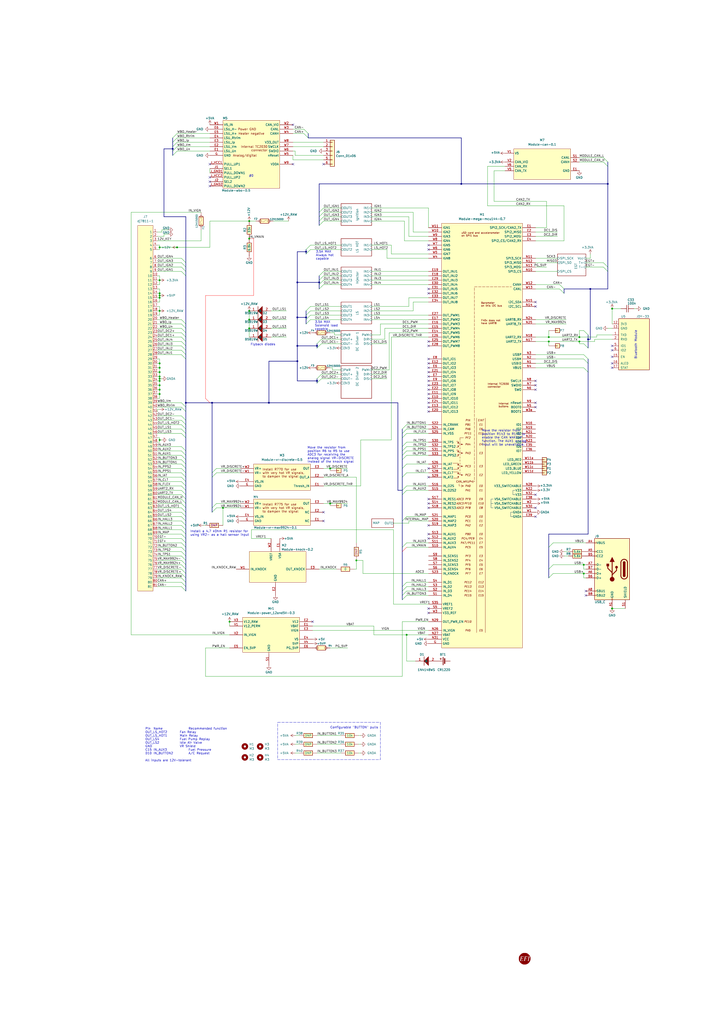
<source format=kicad_sch>
(kicad_sch (version 20250114) (generator "eeschema") (generator_version "9.0")
  (paper "A2" portrait)
  (title_block (title "UA4EFI") (date "2025-04-30") (rev "A"))
  (rectangle (start 161.29 419.1) (end 220.98 440.69) (stroke (width 0) (type dash)))
  (text "Move the resistor from\nposition R6 to R5 to use \nADC3 for receiving the\nanalog signal VR-DISCRETE\ninstead of the knock signal" (at 178.562 268.732 0) (effects (font (size 1.27 1.27)) (justify left bottom)))
  (text "Bluetooth Module" (at 370.078 191.516 90) (effects (font (size 1.27 1.27)) (justify right bottom)))
  (text "Configurable \"BUTTON\" pulls" (at 191.77 422.91 0) (effects (font (size 1.27 1.27)) (justify left bottom)))
  (text "Flyback diodes" (at 145.542 200.66 0) (effects (font (size 1.27 1.27)) (justify left bottom)))
  (text "3.5A MAX\nSolenoid load\ncapable" (at 182.88 191.77 0) (effects (font (size 1.27 1.27)) (justify left bottom)))
  (text "Move the resistor from\nposition R143 to R145 to\nenable the CAN WAKEUP\nfunction. The AUX1 analog\ninput will be unavailable." (at 279.908 258.826 0) (effects (font (size 1.27 1.27)) (justify left bottom)))
  (text "Pin	Name			Recommended function\nOUT_LS_HOT2		Fan Relay\nOUT_LS_HOT1		Main Relay\nOUT_LS4			Fuel Pump Replay\nOUT_LS2			Idle Air Valve\nGND  			VR Shield\nC15	IN_AUX3			Fuel Pressure\nD10	IN_BUTTON2		A/C Request\n\nAll inputs are 12V-tolerant" (at 84.328 422.148 0) (effects (font (size 1.27 1.27)) (justify left top)))
  (text "3.5A MAX\nAlways hot\ncapable" (at 183.4403 150.9584 0) (effects (font (size 1.27 1.27)) (justify left bottom)))
  (text "Install a 4.7 kOhm R1 resistor for \nusing VR2- as a hall sensor input" (at 110.49 311.15 0) (effects (font (size 1.27 1.27)) (justify left bottom)))
  (text "#0" (at 147.32 102.87 0) (effects (font (size 1.27 1.27)) (justify right bottom)))
  (junction (at 336.55 198.12))
  (junction (at 92.71 226.06))
  (junction (at 177.8 146.05))
  (junction (at 92.71 218.44))
  (junction (at 92.71 213.36))
  (junction (at 144.78 190.5))
  (junction (at 318.77 198.12))
  (junction (at 339.09 327.66))
  (junction (at 144.78 138.43))
  (junction (at 336.55 195.58))
  (junction (at 236.22 368.3))
  (junction (at 133.35 360.68))
  (junction (at 92.71 210.82))
  (junction (at 207.01 325.12))
  (junction (at 92.71 228.6))
  (junction (at 355.6 353.06) (diameter 1.016))
  (junction (at 92.71 180.34))
  (junction (at 156.21 233.68))
  (junction (at 92.71 215.9))
  (junction (at 191.77 292.1))
  (junction (at 144.78 180.34))
  (junction (at 172.72 209.55))
  (junction (at 184.15 220.98))
  (junction (at 355.6 179.07))
  (junction (at 177.8 184.15))
  (junction (at 342.9 167.64))
  (junction (at 92.71 255.27))
  (junction (at 123.19 233.68))
  (junction (at 92.71 223.52))
  (junction (at 92.71 162.56))
  (junction (at 129.54 294.64))
  (junction (at 92.71 172.72))
  (junction (at 267.97 106.68))
  (junction (at 92.71 171.45))
  (junction (at 339.09 332.74))
  (junction (at 92.71 143.51))
  (junction (at 172.72 200.66))
  (junction (at 102.87 143.51))
  (junction (at 172.72 184.15))
  (junction (at 144.78 128.27))
  (junction (at 107.95 233.68))
  (junction (at 191.77 271.78))
  (junction (at 172.72 163.83))
  (junction (at 184.15 200.66))
  (junction (at 92.71 219.71))
  (junction (at 318.77 195.58))
  (junction (at 100.33 86.36))
  (junction (at 144.78 185.42))
  (junction (at 92.71 220.98))
  (junction (at 185.42 163.83))
  (junction (at 353.06 106.68))
  (junction (at 92.71 170.18))
  (junction (at 341.63 196.85))
  (no_connect (at 187.96 297.18))
  (no_connect (at 170.18 72.39))
  (no_connect (at 248.92 289.56))
  (no_connect (at 355.6 213.36))
  (no_connect (at 248.92 142.24))
  (no_connect (at 340.36 345.44))
  (no_connect (at 187.96 302.26))
  (no_connect (at 248.92 312.42))
  (no_connect (at 355.6 210.82))
  (no_connect (at 340.36 342.9))
  (no_connect (at 311.15 220.98))
  (no_connect (at 311.15 226.06))
  (no_connect (at 248.92 210.82))
  (no_connect (at 248.92 220.98))
  (no_connect (at 311.15 299.72))
  (no_connect (at 248.92 228.6))
  (no_connect (at 121.92 102.87))
  (no_connect (at 248.92 233.68))
  (no_connect (at 248.92 208.28))
  (no_connect (at 248.92 276.86))
  (no_connect (at 248.92 292.1))
  (no_connect (at 355.6 203.2))
  (no_connect (at 248.92 213.36))
  (no_connect (at 121.92 107.95))
  (no_connect (at 187.96 95.25))
  (no_connect (at 248.92 353.06))
  (no_connect (at 121.92 95.25))
  (no_connect (at 248.92 238.76))
  (no_connect (at 248.92 167.64))
  (no_connect (at 311.15 236.22))
  (no_connect (at 248.92 200.66))
  (no_connect (at 311.15 223.52))
  (no_connect (at 248.92 309.88))
  (no_connect (at 248.92 218.44))
  (no_connect (at 181.61 360.68))
  (no_connect (at 248.92 304.8))
  (no_connect (at 248.92 355.6))
  (no_connect (at 311.15 287.02))
  (no_connect (at 121.92 105.41))
  (no_connect (at 355.6 200.66))
  (no_connect (at 248.92 294.64))
  (no_connect (at 248.92 226.06))
  (no_connect (at 248.92 198.12))
  (no_connect (at 248.92 170.18))
  (no_connect (at 248.92 223.52))
  (no_connect (at 248.92 236.22))
  (no_connect (at 170.18 95.25))
  (no_connect (at 311.15 294.64))
  (no_connect (at 311.15 175.26))
  (no_connect (at 311.15 177.8))
  (no_connect (at 355.6 207.01))
  (no_connect (at 248.92 271.78))
  (no_connect (at 248.92 215.9))
  (no_connect (at 311.15 233.68))
  (no_connect (at 248.92 144.78))
  (no_connect (at 248.92 231.14))
  (bus_entry (at 105.41 187.96) (size 2.54 2.54))
  (bus_entry (at 236.22 256.54) (size -2.54 2.54))
  (bus_entry (at 176.53 74.93) (size 2.54 2.54))
  (bus_entry (at 105.41 271.78) (size 2.54 2.54))
  (bus_entry (at 325.12 165.1) (size 2.54 2.54))
  (bus_entry (at 180.34 185.42) (size -2.54 2.54))
  (bus_entry (at 102.87 77.47) (size -2.54 2.54))
  (bus_entry (at 321.31 327.66) (size -2.54 2.54) (stroke (width 0.1524)))
  (bus_entry (at 105.41 190.5) (size 2.54 2.54))
  (bus_entry (at 105.41 203.2) (size 2.54 2.54))
  (bus_entry (at 105.41 330.2) (size 2.54 2.54))
  (bus_entry (at 339.09 205.74) (size 2.54 2.54) (stroke (width 0.1524)))
  (bus_entry (at 105.41 274.32) (size 2.54 2.54))
  (bus_entry (at 105.41 327.66) (size 2.54 2.54))
  (bus_entry (at 236.22 251.46) (size -2.54 2.54))
  (bus_entry (at 105.41 259.08) (size 2.54 2.54))
  (bus_entry (at 105.41 332.74) (size 2.54 2.54))
  (bus_entry (at 176.53 77.47) (size 2.54 2.54))
  (bus_entry (at 105.41 233.68) (size 2.54 2.54))
  (bus_entry (at 236.22 274.32) (size -2.54 2.54))
  (bus_entry (at 186.69 219.71) (size -2.54 2.54))
  (bus_entry (at 236.22 342.9) (size -2.54 2.54))
  (bus_entry (at 105.41 297.18) (size 2.54 2.54))
  (bus_entry (at 236.22 340.36) (size -2.54 2.54))
  (bus_entry (at 180.34 180.34) (size -2.54 2.54))
  (bus_entry (at 105.41 284.48) (size 2.54 2.54))
  (bus_entry (at 105.41 248.92) (size 2.54 2.54))
  (bus_entry (at 102.87 82.55) (size -2.54 2.54))
  (bus_entry (at 105.41 287.02) (size 2.54 2.54))
  (bus_entry (at 105.41 335.28) (size 2.54 2.54))
  (bus_entry (at 236.22 284.48) (size -2.54 2.54))
  (bus_entry (at 187.96 165.1) (size -2.54 2.54))
  (bus_entry (at 186.69 217.17) (size -2.54 2.54))
  (bus_entry (at 236.22 299.72) (size -2.54 2.54))
  (bus_entry (at 236.22 264.16) (size -2.54 2.54))
  (bus_entry (at 350.52 154.94) (size 2.54 2.54))
  (bus_entry (at 339.09 199.39) (size 2.54 2.54))
  (bus_entry (at 105.41 251.46) (size 2.54 2.54))
  (bus_entry (at 236.22 269.24) (size -2.54 2.54))
  (bus_entry (at 105.41 152.4) (size 2.54 2.54))
  (bus_entry (at 236.22 345.44) (size -2.54 2.54))
  (bus_entry (at 105.41 236.22) (size 2.54 2.54))
  (bus_entry (at 187.96 125.73) (size -2.54 2.54))
  (bus_entry (at 105.41 304.8) (size 2.54 2.54))
  (bus_entry (at 187.96 123.19) (size -2.54 2.54))
  (bus_entry (at 102.87 80.01) (size -2.54 2.54))
  (bus_entry (at 105.41 276.86) (size 2.54 2.54))
  (bus_entry (at 180.34 142.24) (size -2.54 2.54))
  (bus_entry (at 105.41 193.04) (size 2.54 2.54))
  (bus_entry (at 125.73 294.64) (size -2.54 2.54))
  (bus_entry (at 125.73 274.32) (size -2.54 2.54))
  (bus_entry (at 105.41 322.58) (size 2.54 2.54))
  (bus_entry (at 339.09 213.36) (size 2.54 2.54) (stroke (width 0.1524)))
  (bus_entry (at 339.09 191.77) (size 2.54 2.54))
  (bus_entry (at 350.52 91.44) (size 2.54 2.54))
  (bus_entry (at 105.41 205.74) (size 2.54 2.54))
  (bus_entry (at 105.41 261.62) (size 2.54 2.54))
  (bus_entry (at 105.41 307.34) (size 2.54 2.54))
  (bus_entry (at 105.41 264.16) (size 2.54 2.54))
  (bus_entry (at 105.41 320.04) (size 2.54 2.54))
  (bus_entry (at 105.41 302.26) (size 2.54 2.54))
  (bus_entry (at 105.41 325.12) (size 2.54 2.54))
  (bus_entry (at 119.38 231.14) (size 2.54 2.54) (stroke (width 0) (color 255 0 0 1)))
  (bus_entry (at 105.41 200.66) (size 2.54 2.54))
  (bus_entry (at 105.41 266.7) (size 2.54 2.54))
  (bus_entry (at 105.41 154.94) (size 2.54 2.54))
  (bus_entry (at 105.41 157.48) (size 2.54 2.54))
  (bus_entry (at 350.52 152.4) (size 2.54 2.54))
  (bus_entry (at 236.22 337.82) (size -2.54 2.54))
  (bus_entry (at 105.41 337.82) (size 2.54 2.54))
  (bus_entry (at 186.69 196.85) (size -2.54 2.54))
  (bus_entry (at 105.41 198.12) (size 2.54 2.54))
  (bus_entry (at 339.09 208.28) (size 2.54 2.54) (stroke (width 0.1524)))
  (bus_entry (at 350.52 93.98) (size 2.54 2.54))
  (bus_entry (at 187.96 157.48) (size -2.54 2.54))
  (bus_entry (at 105.41 340.36) (size 2.54 2.54))
  (bus_entry (at 236.22 248.92) (size -2.54 2.54))
  (bus_entry (at 180.34 182.88) (size -2.54 2.54))
  (bus_entry (at 105.41 289.56) (size 2.54 2.54))
  (bus_entry (at 105.41 195.58) (size 2.54 2.54))
  (bus_entry (at 180.34 144.78) (size -2.54 2.54))
  (bus_entry (at 180.34 177.8) (size -2.54 2.54))
  (bus_entry (at 236.22 259.08) (size -2.54 2.54))
  (bus_entry (at 105.41 294.64) (size 2.54 2.54))
  (bus_entry (at 187.96 120.65) (size -2.54 2.54))
  (bus_entry (at 236.22 317.5) (size -2.54 2.54) (stroke (width 0) (color 255 0 0 1)))
  (bus_entry (at 321.31 332.74) (size -2.54 2.54) (stroke (width 0.1524)))
  (bus_entry (at 105.41 243.84) (size 2.54 2.54))
  (bus_entry (at 187.96 160.02) (size -2.54 2.54))
  (bus_entry (at 236.22 281.94) (size -2.54 2.54))
  (bus_entry (at 102.87 85.09) (size -2.54 2.54))
  (bus_entry (at 321.31 314.96) (size -2.54 2.54) (stroke (width 0.1524)))
  (bus_entry (at 105.41 269.24) (size 2.54 2.54))
  (bus_entry (at 105.41 246.38) (size 2.54 2.54))
  (bus_entry (at 236.22 314.96) (size -2.54 2.54))
  (bus_entry (at 236.22 246.38) (size -2.54 2.54))
  (bus_entry (at 125.73 271.78) (size -2.54 2.54))
  (bus_entry (at 105.41 314.96) (size 2.54 2.54))
  (bus_entry (at 236.22 261.62) (size -2.54 2.54))
  (bus_entry (at 105.41 299.72) (size 2.54 2.54))
  (bus_entry (at 105.41 281.94) (size 2.54 2.54))
  (bus_entry (at 102.87 87.63) (size -2.54 2.54))
  (bus_entry (at 187.96 128.27) (size -2.54 2.54))
  (bus_entry (at 105.41 279.4) (size 2.54 2.54))
  (bus_entry (at 325.12 167.64) (size 2.54 2.54))
  (bus_entry (at 125.73 292.1) (size -2.54 2.54))
  (bus_entry (at 187.96 162.56) (size -2.54 2.54))
  (bus_entry (at 105.41 292.1) (size 2.54 2.54))
  (bus_entry (at 105.41 185.42) (size 2.54 2.54))
  (bus_entry (at 105.41 309.88) (size 2.54 2.54))
  (bus_entry (at 105.41 241.3) (size 2.54 2.54))
  (bus_entry (at 105.41 149.86) (size 2.54 2.54))
  (bus_entry (at 105.41 312.42) (size 2.54 2.54))
  (bus_entry (at 105.41 317.5) (size 2.54 2.54))
  (bus_entry (at 186.69 199.39) (size -2.54 2.54))
  (wire (pts (xy 91.44 167.64) (xy 92.71 167.64)))
  (wire (pts (xy 91.44 269.24) (xy 105.41 269.24)))
  (wire (pts (xy 340.36 335.28) (xy 339.09 335.28)))
  (wire (pts (xy 208.28 426.72) (xy 209.55 426.72)))
  (wire (pts (xy 208.28 431.8) (xy 209.55 431.8)))
  (wire (pts (xy 311.15 198.12) (xy 318.77 198.12)))
  (wire (pts (xy 215.9 177.8) (xy 237.49 177.8)))
  (wire (pts (xy 215.9 185.42) (xy 248.92 185.42)))
  (wire (pts (xy 91.44 299.72) (xy 105.41 299.72)))
  (wire (pts (xy 102.87 80.01) (xy 121.92 80.01)))
  (wire (pts (xy 340.36 152.4) (xy 350.52 152.4)))
  (bus (pts (xy 185.42 106.68) (xy 185.42 123.19)))
  (bus (pts (xy 107.95 125.73) (xy 95.25 125.73)))
  (wire (pts (xy 91.44 294.64) (xy 105.41 294.64)))
  (wire (pts (xy 146.05 312.42) (xy 157.48 312.42)))
  (wire (pts (xy 345.44 196.85) (xy 345.44 198.12)))
  (wire (pts (xy 215.9 157.48) (xy 248.92 157.48)))
  (bus (pts (xy 107.95 238.76) (xy 107.95 243.84)))
  (wire (pts (xy 369.57 179.07) (xy 368.3 179.07)))
  (wire (pts (xy 346.71 194.31) (xy 355.6 194.31)))
  (wire (pts (xy 194.31 193.04) (xy 194.31 194.31)))
  (bus (pts (xy 107.95 289.56) (xy 107.95 292.1)))
  (wire (pts (xy 215.9 125.73) (xy 237.49 125.73)))
  (wire (pts (xy 342.9 149.86) (xy 342.9 147.32)))
  (wire (pts (xy 91.44 241.3) (xy 105.41 241.3)))
  (wire (pts (xy 224.79 217.17) (xy 215.9 217.17)))
  (wire (pts (xy 236.22 368.3) (xy 248.92 368.3)))
  (wire (pts (xy 92.71 144.78) (xy 91.44 144.78)))
  (bus (pts (xy 233.68 264.16) (xy 233.68 261.62)))
  (bus (pts (xy 184.15 200.66) (xy 172.72 200.66)))
  (bus (pts (xy 107.95 266.7) (xy 107.95 269.24)))
  (wire (pts (xy 170.18 82.55) (xy 187.96 82.55)))
  (bus (pts (xy 95.25 125.73) (xy 95.25 86.36)))
  (wire (pts (xy 236.22 256.54) (xy 248.92 256.54)))
  (wire (pts (xy 195.58 330.2) (xy 185.42 330.2)))
  (bus (pts (xy 107.95 304.8) (xy 107.95 307.34)))
  (bus (pts (xy 107.95 254) (xy 107.95 261.62)))
  (wire (pts (xy 76.2 368.3) (xy 76.2 123.19)))
  (wire (pts (xy 215.9 165.1) (xy 248.92 165.1)))
  (wire (pts (xy 186.69 199.39) (xy 198.12 199.39)))
  (bus (pts (xy 107.95 233.68) (xy 121.92 233.68)))
  (wire (pts (xy 340.36 327.66) (xy 339.09 327.66)))
  (wire (pts (xy 227.33 147.32) (xy 248.92 147.32)))
  (bus (pts (xy 185.42 165.1) (xy 185.42 167.64)))
  (wire (pts (xy 91.44 274.32) (xy 105.41 274.32)))
  (wire (pts (xy 91.44 256.54) (xy 92.71 256.54)))
  (bus (pts (xy 233.68 340.36) (xy 233.68 342.9)))
  (wire (pts (xy 248.92 120.65) (xy 248.92 132.08)))
  (wire (pts (xy 224.79 144.78) (xy 215.9 144.78)))
  (bus (pts (xy 123.19 276.86) (xy 123.19 294.64)))
  (bus (pts (xy 318.77 330.2) (xy 318.77 335.28)))
  (wire (pts (xy 233.68 392.43) (xy 233.68 360.68)))
  (wire (pts (xy 236.22 246.38) (xy 248.92 246.38)))
  (wire (pts (xy 184.15 431.8) (xy 198.12 431.8)))
  (bus (pts (xy 107.95 152.4) (xy 107.95 154.94)))
  (wire (pts (xy 215.9 182.88) (xy 248.92 182.88)))
  (wire (pts (xy 236.22 274.32) (xy 248.92 274.32)))
  (wire (pts (xy 92.71 255.27) (xy 92.71 256.54)))
  (bus (pts (xy 233.68 342.9) (xy 233.68 345.44)))
  (wire (pts (xy 146.05 307.34) (xy 146.05 312.42)))
  (wire (pts (xy 102.87 87.63) (xy 121.92 87.63)))
  (wire (pts (xy 91.44 200.66) (xy 105.41 200.66)))
  (bus (pts (xy 233.68 284.48) (xy 233.68 287.02)))
  (wire (pts (xy 92.71 210.82) (xy 92.71 213.36)))
  (bus (pts (xy 177.8 144.78) (xy 177.8 146.05)))
  (bus (pts (xy 107.95 297.18) (xy 107.95 299.72)))
  (wire (pts (xy 210.82 325.12) (xy 207.01 325.12)))
  (wire (pts (xy 176.53 77.47) (xy 170.18 77.47)))
  (wire (pts (xy 92.71 220.98) (xy 92.71 223.52)))
  (bus (pts (xy 100.33 86.36) (xy 100.33 87.63)))
  (wire (pts (xy 91.44 233.68) (xy 105.41 233.68)))
  (wire (pts (xy 191.77 292.1) (xy 187.96 292.1)))
  (wire (pts (xy 217.17 368.3) (xy 236.22 368.3)))
  (wire (pts (xy 91.44 322.58) (xy 105.41 322.58)))
  (wire (pts (xy 340.36 154.94) (xy 350.52 154.94)))
  (bus (pts (xy 107.95 246.38) (xy 107.95 248.92)))
  (wire (pts (xy 125.73 271.78) (xy 139.7 271.78)))
  (wire (pts (xy 91.44 185.42) (xy 105.41 185.42)))
  (wire (pts (xy 224.79 219.71) (xy 215.9 219.71)))
  (wire (pts (xy 91.44 261.62) (xy 105.41 261.62)))
  (wire (pts (xy 336.55 198.12) (xy 336.55 199.39)))
  (wire (pts (xy 194.31 194.31) (xy 198.12 194.31)))
  (wire (pts (xy 210.82 332.74) (xy 248.92 332.74)))
  (wire (pts (xy 91.44 266.7) (xy 105.41 266.7)))
  (bus (pts (xy 233.68 259.08) (xy 233.68 261.62)))
  (wire (pts (xy 91.44 220.98) (xy 92.71 220.98)))
  (wire (pts (xy 91.44 325.12) (xy 105.41 325.12)))
  (wire (pts (xy 180.34 182.88) (xy 198.12 182.88)))
  (bus (pts (xy 233.68 271.78) (xy 233.68 276.86)))
  (bus (pts (xy 233.68 248.92) (xy 233.68 251.46)))
  (bus (pts (xy 185.42 160.02) (xy 185.42 162.56)))
  (bus (pts (xy 107.95 292.1) (xy 107.95 294.64)))
  (wire (pts (xy 91.44 231.14) (xy 92.71 231.14)))
  (wire (pts (xy 186.69 217.17) (xy 198.12 217.17)))
  (bus (pts (xy 233.68 345.44) (xy 233.68 347.98)))
  (bus (pts (xy 233.68 251.46) (xy 233.68 254)))
  (wire (pts (xy 209.55 255.27) (xy 227.33 255.27)))
  (wire (pts (xy 91.44 213.36) (xy 92.71 213.36)))
  (wire (pts (xy 236.22 269.24) (xy 248.92 269.24)))
  (bus (pts (xy 107.95 294.64) (xy 107.95 297.18)))
  (wire (pts (xy 76.2 123.19) (xy 116.84 123.19)))
  (bus (pts (xy 233.68 271.78) (xy 233.68 266.7)))
  (wire (pts (xy 340.36 330.2) (xy 339.09 330.2)))
  (wire (pts (xy 236.22 345.44) (xy 248.92 345.44)))
  (wire (pts (xy 236.22 259.08) (xy 248.92 259.08)))
  (bus (pts (xy 185.42 162.56) (xy 185.42 163.83)))
  (bus (pts (xy 107.95 309.88) (xy 107.95 312.42)))
  (bus (pts (xy 185.42 125.73) (xy 185.42 128.27)))
  (wire (pts (xy 91.44 302.26) (xy 105.41 302.26)))
  (wire (pts (xy 91.44 276.86) (xy 105.41 276.86)))
  (wire (pts (xy 92.71 182.88) (xy 91.44 182.88)))
  (wire (pts (xy 346.71 194.31) (xy 346.71 195.58)))
  (bus (pts (xy 156.21 209.55) (xy 156.21 233.68)))
  (wire (pts (xy 91.44 162.56) (xy 92.71 162.56)))
  (wire (pts (xy 187.96 128.27) (xy 198.12 128.27)))
  (bus (pts (xy 267.97 106.68) (xy 185.42 106.68)))
  (wire (pts (xy 283.21 119.38) (xy 283.21 96.52)))
  (wire (pts (xy 92.71 180.34) (xy 92.71 182.88)))
  (wire (pts (xy 317.5 132.08) (xy 317.5 116.84)))
  (wire (pts (xy 311.15 137.16) (xy 323.85 137.16)))
  (wire (pts (xy 144.78 128.27) (xy 148.59 128.27)))
  (wire (pts (xy 311.15 139.7) (xy 327.66 139.7)))
  (bus (pts (xy 107.95 190.5) (xy 107.95 193.04)))
  (wire (pts (xy 191.77 213.36) (xy 193.04 213.36)))
  (wire (pts (xy 234.95 139.7) (xy 248.92 139.7)))
  (wire (pts (xy 248.92 302.26) (xy 237.49 302.26)))
  (bus (pts (xy 107.95 322.58) (xy 107.95 325.12)))
  (wire (pts (xy 92.71 170.18) (xy 92.71 171.45)))
  (bus (pts (xy 341.63 309.88) (xy 341.63 215.9)))
  (bus (pts (xy 100.33 87.63) (xy 100.33 90.17)))
  (bus (pts (xy 107.95 200.66) (xy 107.95 203.2)))
  (bus (pts (xy 172.72 163.83) (xy 185.42 163.83)))
  (wire (pts (xy 215.9 162.56) (xy 248.92 162.56)))
  (bus (pts (xy 318.77 309.88) (xy 341.63 309.88)))
  (bus (pts (xy 177.8 146.05) (xy 177.8 147.32)))
  (bus (pts (xy 233.68 284.48) (xy 233.68 276.86)))
  (wire (pts (xy 91.44 210.82) (xy 92.71 210.82)))
  (wire (pts (xy 311.15 210.82) (xy 323.85 210.82)))
  (wire (pts (xy 311.15 167.64) (xy 325.12 167.64)))
  (wire (pts (xy 91.44 297.18) (xy 105.41 297.18)))
  (bus (pts (xy 172.72 146.05) (xy 172.72 163.83)))
  (wire (pts (xy 93.98 255.27) (xy 92.71 255.27)))
  (bus (pts (xy 185.42 123.19) (xy 185.42 125.73)))
  (wire (pts (xy 93.98 133.35) (xy 93.98 134.62)))
  (wire (pts (xy 92.71 172.72) (xy 92.71 175.26)))
  (wire (pts (xy 236.22 342.9) (xy 248.92 342.9)))
  (wire (pts (xy 336.55 198.12) (xy 345.44 198.12)))
  (wire (pts (xy 240.03 175.26) (xy 248.92 175.26)))
  (wire (pts (xy 144.78 138.43) (xy 147.32 138.43)) (stroke (width 0) (color 255 0 0 1)))
  (wire (pts (xy 91.44 187.96) (xy 105.41 187.96)))
  (wire (pts (xy 125.73 292.1) (xy 139.7 292.1)))
  (bus (pts (xy 123.19 233.68) (xy 123.19 274.32)))
  (wire (pts (xy 125.73 274.32) (xy 139.7 274.32)))
  (bus (pts (xy 107.95 335.28) (xy 107.95 337.82)))
  (wire (pts (xy 91.44 335.28) (xy 105.41 335.28)))
  (wire (pts (xy 144.78 180.34) (xy 144.78 185.42)))
  (bus (pts (xy 172.72 184.15) (xy 177.8 184.15)))
  (bus (pts (xy 353.06 154.94) (xy 353.06 106.68)))
  (wire (pts (xy 336.55 91.44) (xy 350.52 91.44)))
  (bus (pts (xy 172.72 184.15) (xy 172.72 200.66)))
  (wire (pts (xy 170.18 87.63) (xy 171.45 87.63)))
  (wire (pts (xy 92.71 226.06) (xy 92.71 228.6)))
  (wire (pts (xy 91.44 160.02) (xy 92.71 160.02)))
  (wire (pts (xy 91.44 327.66) (xy 105.41 327.66)))
  (wire (pts (xy 207.01 276.86) (xy 207.01 314.96)))
  (wire (pts (xy 180.34 144.78) (xy 198.12 144.78)))
  (wire (pts (xy 191.77 292.1) (xy 191.77 293.37)))
  (bus (pts (xy 107.95 271.78) (xy 107.95 274.32)))
  (bus (pts (xy 233.68 302.26) (xy 233.68 287.02)))
  (wire (pts (xy 157.48 185.42) (xy 166.37 185.42)))
  (wire (pts (xy 144.78 185.42) (xy 144.78 190.5)))
  (bus (pts (xy 267.97 106.68) (xy 353.06 106.68)))
  (wire (pts (xy 187.96 162.56) (xy 198.12 162.56)))
  (bus (pts (xy 177.8 185.42) (xy 177.8 187.96)))
  (wire (pts (xy 157.48 195.58) (xy 166.37 195.58)))
  (wire (pts (xy 91.44 190.5) (xy 105.41 190.5)))
  (wire (pts (xy 223.52 190.5) (xy 248.92 190.5)))
  (bus (pts (xy 233.68 302.26) (xy 233.68 317.5)))
  (wire (pts (xy 311.15 165.1) (xy 325.12 165.1)))
  (wire (pts (xy 215.9 160.02) (xy 248.92 160.02)))
  (bus (pts (xy 123.19 274.32) (xy 123.19 276.86)))
  (wire (pts (xy 186.69 219.71) (xy 198.12 219.71)))
  (bus (pts (xy 233.68 284.48) (xy 231.14 284.48)))
  (bus (pts (xy 107.95 236.22) (xy 107.95 238.76)))
  (wire (pts (xy 187.96 165.1) (xy 198.12 165.1)))
  (wire (pts (xy 144.78 190.5) (xy 144.78 195.58)))
  (wire (pts (xy 311.15 208.28) (xy 339.09 208.28)))
  (bus (pts (xy 341.63 196.85) (xy 341.63 201.93)))
  (wire (pts (xy 91.44 193.04) (xy 105.41 193.04)))
  (bus (pts (xy 107.95 198.12) (xy 107.95 200.66)))
  (bus (pts (xy 341.63 208.28) (xy 341.63 210.82)))
  (wire (pts (xy 236.22 340.36) (xy 248.92 340.36)))
  (wire (pts (xy 116.84 139.7) (xy 116.84 133.35)))
  (wire (pts (xy 191.77 193.04) (xy 194.31 193.04)))
  (wire (pts (xy 237.49 172.72) (xy 248.92 172.72)))
  (wire (pts (xy 311.15 152.4) (xy 323.85 152.4)))
  (wire (pts (xy 311.15 187.96) (xy 328.93 187.96)))
  (wire (pts (xy 327.66 320.04) (xy 330.2 320.04)))
  (bus (pts (xy 184.15 220.98) (xy 184.15 222.25)))
  (wire (pts (xy 91.44 309.88) (xy 105.41 309.88)))
  (wire (pts (xy 321.31 314.96) (xy 340.36 314.96)))
  (bus (pts (xy 107.95 208.28) (xy 107.95 233.68)))
  (wire (pts (xy 327.66 139.7) (xy 327.66 119.38)))
  (wire (pts (xy 363.22 353.06) (xy 355.6 353.06)))
  (wire (pts (xy 339.09 199.39) (xy 336.55 199.39)))
  (wire (pts (xy 236.22 317.5) (xy 248.92 317.5)))
  (wire (pts (xy 119.38 171.45) (xy 119.38 231.14)) (stroke (width 0) (color 255 0 0 1)))
  (wire (pts (xy 91.44 284.48) (xy 105.41 284.48)))
  (bus (pts (xy 107.95 233.68) (xy 107.95 236.22)))
  (wire (pts (xy 91.44 337.82) (xy 105.41 337.82)))
  (bus (pts (xy 107.95 157.48) (xy 107.95 160.02)))
  (wire (pts (xy 224.79 149.86) (xy 224.79 144.78)))
  (wire (pts (xy 92.71 219.71) (xy 93.98 219.71)))
  (wire (pts (xy 187.96 281.94) (xy 209.55 281.94)))
  (wire (pts (xy 91.44 180.34) (xy 92.71 180.34)))
  (wire (pts (xy 121.92 128.27) (xy 144.78 128.27)))
  (wire (pts (xy 91.44 152.4) (xy 105.41 152.4)))
  (wire (pts (xy 147.32 138.43) (xy 147.32 171.45)) (stroke (width 0) (color 255 0 0 1)))
  (wire (pts (xy 119.38 375.92) (xy 133.35 375.92)))
  (wire (pts (xy 234.95 128.27) (xy 234.95 139.7)))
  (bus (pts (xy 172.72 209.55) (xy 156.21 209.55)))
  (wire (pts (xy 220.98 187.96) (xy 248.92 187.96)))
  (wire (pts (xy 91.44 205.74) (xy 105.41 205.74)))
  (wire (pts (xy 360.68 179.07) (xy 355.6 179.07)))
  (wire (pts (xy 215.9 123.19) (xy 240.03 123.19)))
  (wire (pts (xy 180.34 180.34) (xy 198.12 180.34)))
  (wire (pts (xy 92.71 218.44) (xy 92.71 219.71)))
  (bus (pts (xy 107.95 302.26) (xy 107.95 304.8)))
  (bus (pts (xy 107.95 160.02) (xy 107.95 187.96)))
  (bus (pts (xy 107.95 248.92) (xy 107.95 251.46)))
  (bus (pts (xy 327.66 167.64) (xy 342.9 167.64)))
  (bus (pts (xy 341.63 196.85) (xy 342.9 196.85)))
  (bus (pts (xy 107.95 274.32) (xy 107.95 276.86)))
  (bus (pts (xy 107.95 307.34) (xy 107.95 309.88)))
  (wire (pts (xy 233.68 360.68) (xy 248.92 360.68)))
  (wire (pts (xy 92.71 255.27) (xy 92.71 254)))
  (wire (pts (xy 236.22 261.62) (xy 248.92 261.62)))
  (wire (pts (xy 227.33 195.58) (xy 248.92 195.58)))
  (wire (pts (xy 205.74 330.2) (xy 207.01 330.2)))
  (wire (pts (xy 226.06 214.63) (xy 226.06 193.04)))
  (wire (pts (xy 209.55 281.94) (xy 209.55 255.27)))
  (wire (pts (xy 92.71 142.24) (xy 91.44 142.24)))
  (bus (pts (xy 341.63 210.82) (xy 341.63 215.9)))
  (bus (pts (xy 184.15 219.71) (xy 184.15 220.98)))
  (wire (pts (xy 355.6 179.07) (xy 355.6 187.96)))
  (bus (pts (xy 353.06 96.52) (xy 353.06 106.68)))
  (bus (pts (xy 231.14 233.68) (xy 156.21 233.68)))
  (wire (pts (xy 327.66 322.58) (xy 330.2 322.58)))
  (bus (pts (xy 107.95 332.74) (xy 107.95 335.28)))
  (wire (pts (xy 171.45 431.8) (xy 173.99 431.8)))
  (bus (pts (xy 342.9 196.85) (xy 342.9 167.64)))
  (bus (pts (xy 121.92 233.68) (xy 123.19 233.68)))
  (bus (pts (xy 107.95 264.16) (xy 107.95 266.7)))
  (wire (pts (xy 102.87 85.09) (xy 121.92 85.09)))
  (wire (pts (xy 91.44 154.94) (xy 105.41 154.94)))
  (wire (pts (xy 119.38 392.43) (xy 233.68 392.43)))
  (wire (pts (xy 228.6 350.52) (xy 248.92 350.52)))
  (wire (pts (xy 92.71 237.49) (xy 91.44 237.49)))
  (wire (pts (xy 91.44 177.8) (xy 92.71 177.8)))
  (bus (pts (xy 107.95 261.62) (xy 107.95 264.16)))
  (wire (pts (xy 191.77 375.92) (xy 201.93 375.92)))
  (wire (pts (xy 91.44 281.94) (xy 105.41 281.94)))
  (bus (pts (xy 233.68 317.5) (xy 233.68 320.04)))
  (wire (pts (xy 191.77 271.78) (xy 191.77 273.05)))
  (bus (pts (xy 107.95 312.42) (xy 107.95 314.96)))
  (wire (pts (xy 91.44 215.9) (xy 92.71 215.9)))
  (bus (pts (xy 107.95 251.46) (xy 107.95 254)))
  (wire (pts (xy 176.53 74.93) (xy 170.18 74.93)))
  (wire (pts (xy 215.9 142.24) (xy 227.33 142.24)))
  (wire (pts (xy 193.04 214.63) (xy 198.12 214.63)))
  (wire (pts (xy 215.9 180.34) (xy 240.03 180.34)))
  (wire (pts (xy 311.15 132.08) (xy 317.5 132.08)))
  (wire (pts (xy 237.49 137.16) (xy 248.92 137.16)))
  (wire (pts (xy 91.44 287.02) (xy 105.41 287.02)))
  (wire (pts (xy 180.34 177.8) (xy 198.12 177.8)))
  (wire (pts (xy 102.87 77.47) (xy 121.92 77.47)))
  (wire (pts (xy 92.71 219.71) (xy 92.71 220.98)))
  (wire (pts (xy 91.44 246.38) (xy 105.41 246.38)))
  (wire (pts (xy 91.44 236.22) (xy 105.41 236.22)))
  (wire (pts (xy 187.96 120.65) (xy 198.12 120.65)))
  (bus (pts (xy 107.95 195.58) (xy 107.95 198.12)))
  (wire (pts (xy 91.44 264.16) (xy 105.41 264.16)))
  (wire (pts (xy 157.48 190.5) (xy 166.37 190.5)))
  (wire (pts (xy 283.21 96.52) (xy 293.37 96.52)))
  (wire (pts (xy 236.22 251.46) (xy 248.92 251.46)))
  (wire (pts (xy 92.71 144.78) (xy 92.71 143.51)))
  (wire (pts (xy 92.71 171.45) (xy 92.71 172.72)))
  (bus (pts (xy 233.68 264.16) (xy 233.68 266.7)))
  (wire (pts (xy 92.71 213.36) (xy 92.71 215.9)))
  (bus (pts (xy 100.33 85.09) (xy 100.33 86.36)))
  (wire (pts (xy 181.61 363.22) (xy 217.17 363.22)))
  (bus (pts (xy 107.95 243.84) (xy 107.95 246.38)))
  (wire (pts (xy 186.69 196.85) (xy 198.12 196.85)))
  (bus (pts (xy 107.95 125.73) (xy 107.95 152.4)))
  (wire (pts (xy 237.49 172.72) (xy 237.49 177.8)))
  (wire (pts (xy 287.02 116.84) (xy 287.02 99.06)))
  (wire (pts (xy 236.22 368.3) (xy 236.22 383.54)))
  (wire (pts (xy 317.5 116.84) (xy 287.02 116.84)))
  (wire (pts (xy 215.9 128.27) (xy 234.95 128.27)))
  (wire (pts (xy 226.06 214.63) (xy 215.9 214.63)))
  (wire (pts (xy 223.52 196.85) (xy 223.52 190.5)))
  (wire (pts (xy 311.15 213.36) (xy 339.09 213.36)))
  (wire (pts (xy 339.09 330.2) (xy 339.09 327.66)))
  (wire (pts (xy 91.44 228.6) (xy 92.71 228.6)))
  (wire (pts (xy 215.9 194.31) (xy 220.98 194.31)))
  (wire (pts (xy 227.33 255.27) (xy 227.33 195.58)))
  (bus (pts (xy 107.95 330.2) (xy 107.95 332.74)))
  (wire (pts (xy 327.66 119.38) (xy 283.21 119.38)))
  (wire (pts (xy 91.44 198.12) (xy 105.41 198.12)))
  (wire (pts (xy 95.25 135.89) (xy 95.25 137.16)))
  (wire (pts (xy 147.32 171.45) (xy 119.38 171.45)) (stroke (width 0) (color 255 0 0 1)))
  (wire (pts (xy 210.82 332.74) (xy 210.82 325.12)))
  (wire (pts (xy 336.55 195.58) (xy 346.71 195.58)))
  (wire (pts (xy 121.92 97.79) (xy 121.92 100.33)))
  (wire (pts (xy 129.54 294.64) (xy 139.7 294.64)))
  (wire (pts (xy 170.18 85.09) (xy 187.96 85.09)))
  (wire (pts (xy 91.44 317.5) (xy 105.41 317.5)))
  (wire (pts (xy 236.22 281.94) (xy 248.92 281.94)))
  (wire (pts (xy 91.44 243.84) (xy 105.41 243.84)))
  (wire (pts (xy 119.38 392.43) (xy 119.38 375.92)))
  (wire (pts (xy 236.22 284.48) (xy 248.92 284.48)))
  (wire (pts (xy 339.09 327.66) (xy 321.31 327.66)))
  (bus (pts (xy 179.07 80.01) (xy 267.97 80.01)))
  (wire (pts (xy 91.44 203.2) (xy 105.41 203.2)))
  (wire (pts (xy 215.9 120.65) (xy 248.92 120.65)))
  (wire (pts (xy 93.98 134.62) (xy 91.44 134.62)))
  (wire (pts (xy 91.44 320.04) (xy 105.41 320.04)))
  (wire (pts (xy 91.44 226.06) (xy 92.71 226.06)))
  (wire (pts (xy 339.09 335.28) (xy 339.09 332.74)))
  (wire (pts (xy 248.92 149.86) (xy 224.79 149.86)))
  (wire (pts (xy 339.09 332.74) (xy 321.31 332.74)))
  (wire (pts (xy 92.71 177.8) (xy 92.71 180.34)))
  (wire (pts (xy 236.22 264.16) (xy 248.92 264.16)))
  (bus (pts (xy 107.95 340.36) (xy 107.95 342.9)))
  (wire (pts (xy 121.92 143.51) (xy 121.92 128.27)))
  (wire (pts (xy 353.06 190.5) (xy 355.6 190.5)))
  (wire (pts (xy 236.22 383.54) (xy 241.3 383.54)))
  (wire (pts (xy 91.44 248.92) (xy 105.41 248.92)))
  (wire (pts (xy 91.44 157.48) (xy 105.41 157.48)))
  (bus (pts (xy 353.06 93.98) (xy 353.06 96.52)))
  (bus (pts (xy 123.19 294.64) (xy 123.19 297.18)))
  (bus (pts (xy 107.95 281.94) (xy 107.95 284.48)))
  (wire (pts (xy 311.15 157.48) (xy 323.85 157.48)))
  (wire (pts (xy 92.71 143.51) (xy 92.71 142.24)))
  (wire (pts (xy 91.44 292.1) (xy 105.41 292.1)))
  (wire (pts (xy 339.09 191.77) (xy 336.55 191.77)))
  (wire (pts (xy 217.17 363.22) (xy 217.17 368.3)))
  (wire (pts (xy 236.22 248.92) (xy 248.92 248.92)))
  (bus (pts (xy 107.95 299.72) (xy 107.95 302.26)))
  (bus (pts (xy 179.07 77.47) (xy 179.07 80.01)))
  (wire (pts (xy 91.44 218.44) (xy 92.71 218.44)))
  (wire (pts (xy 228.6 303.53) (xy 237.49 303.53)))
  (bus (pts (xy 107.95 205.74) (xy 107.95 208.28)))
  (bus (pts (xy 267.97 80.01) (xy 267.97 106.68)))
  (wire (pts (xy 228.6 307.34) (xy 146.05 307.34)))
  (wire (pts (xy 91.44 208.28) (xy 92.71 208.28)))
  (wire (pts (xy 91.44 314.96) (xy 105.41 314.96)))
  (bus (pts (xy 172.72 220.98) (xy 184.15 220.98)))
  (wire (pts (xy 345.44 196.85) (xy 355.6 196.85)))
  (wire (pts (xy 157.48 180.34) (xy 166.37 180.34)))
  (bus (pts (xy 172.72 209.55) (xy 172.72 220.98)))
  (wire (pts (xy 93.98 133.35) (xy 97.79 133.35)))
  (bus (pts (xy 107.95 284.48) (xy 107.95 287.02)))
  (wire (pts (xy 187.96 157.48) (xy 198.12 157.48)))
  (bus (pts (xy 107.95 193.04) (xy 107.95 195.58)))
  (wire (pts (xy 207.01 330.2) (xy 207.01 325.12)))
  (wire (pts (xy 91.44 304.8) (xy 105.41 304.8)))
  (bus (pts (xy 184.15 199.39) (xy 184.15 200.66)))
  (wire (pts (xy 237.49 125.73) (xy 237.49 137.16)))
  (bus (pts (xy 107.95 154.94) (xy 107.95 157.48)))
  (bus (pts (xy 107.95 276.86) (xy 107.95 279.4)))
  (wire (pts (xy 91.44 312.42) (xy 105.41 312.42)))
  (wire (pts (xy 158.75 128.27) (xy 167.64 128.27)))
  (wire (pts (xy 180.34 185.42) (xy 198.12 185.42)))
  (bus (pts (xy 341.63 194.31) (xy 341.63 196.85)))
  (wire (pts (xy 133.35 360.68) (xy 133.35 363.22)))
  (wire (pts (xy 92.71 160.02) (xy 92.71 162.56)))
  (bus (pts (xy 107.95 337.82) (xy 107.95 340.36)))
  (wire (pts (xy 181.61 365.76) (xy 248.92 365.76)))
  (wire (pts (xy 311.15 185.42) (xy 328.93 185.42)))
  (bus (pts (xy 107.95 320.04) (xy 107.95 322.58)))
  (wire (pts (xy 102.87 143.51) (xy 121.92 143.51)))
  (bus (pts (xy 353.06 154.94) (xy 353.06 157.48)))
  (wire (pts (xy 92.71 215.9) (xy 92.71 218.44)))
  (wire (pts (xy 91.44 289.56) (xy 105.41 289.56)))
  (bus (pts (xy 233.68 254) (xy 233.68 259.08)))
  (wire (pts (xy 91.44 149.86) (xy 105.41 149.86)))
  (bus (pts (xy 172.72 163.83) (xy 172.72 184.15)))
  (wire (pts (xy 171.45 426.72) (xy 173.99 426.72)))
  (bus (pts (xy 177.8 146.05) (xy 172.72 146.05)))
  (wire (pts (xy 92.71 208.28) (xy 92.71 210.82)))
  (wire (pts (xy 129.54 294.64) (xy 129.54 304.8)))
  (wire (pts (xy 171.45 436.88) (xy 173.99 436.88)))
  (wire (pts (xy 91.44 259.08) (xy 105.41 259.08)))
  (bus (pts (xy 172.72 200.66) (xy 172.72 209.55)))
  (wire (pts (xy 95.25 135.89) (xy 97.79 135.89)))
  (bus (pts (xy 123.19 233.68) (xy 156.21 233.68)))
  (wire (pts (xy 92.71 228.6) (xy 92.71 231.14)))
  (wire (pts (xy 91.44 251.46) (xy 105.41 251.46)))
  (wire (pts (xy 91.44 139.7) (xy 116.84 139.7)))
  (wire (pts (xy 207.01 276.86) (xy 187.96 276.86)))
  (bus (pts (xy 107.95 327.66) (xy 107.95 330.2)))
  (wire (pts (xy 95.25 137.16) (xy 91.44 137.16)))
  (wire (pts (xy 193.04 213.36) (xy 193.04 214.63)))
  (wire (pts (xy 118.11 304.8) (xy 119.38 304.8)))
  (wire (pts (xy 220.98 194.31) (xy 220.98 187.96)))
  (wire (pts (xy 215.9 196.85) (xy 223.52 196.85)))
  (bus (pts (xy 231.14 284.48) (xy 231.14 233.68)))
  (bus (pts (xy 185.42 128.27) (xy 185.42 130.81)))
  (wire (pts (xy 171.45 87.63) (xy 171.45 90.17)))
  (wire (pts (xy 91.44 279.4) (xy 105.41 279.4)))
  (wire (pts (xy 236.22 314.96) (xy 248.92 314.96)))
  (wire (pts (xy 336.55 191.77) (xy 336.55 195.58)))
  (wire (pts (xy 287.02 99.06) (xy 293.37 99.06)))
  (wire (pts (xy 91.44 165.1) (xy 92.71 165.1)))
  (wire (pts (xy 91.44 195.58) (xy 105.41 195.58)))
  (wire (pts (xy 91.44 340.36) (xy 105.41 340.36)))
  (wire (pts (xy 208.28 436.88) (xy 209.55 436.88)))
  (bus (pts (xy 185.42 163.83) (xy 185.42 165.1)))
  (wire (pts (xy 311.15 134.62) (xy 323.85 134.62)))
  (wire (pts (xy 92.71 167.64) (xy 92.71 170.18)))
  (wire (pts (xy 171.45 90.17) (xy 187.96 90.17)))
  (wire (pts (xy 336.55 93.98) (xy 350.52 93.98)))
  (wire (pts (xy 91.44 237.49) (xy 91.44 238.76)))
  (wire (pts (xy 318.77 198.12) (xy 318.77 200.66)))
  (bus (pts (xy 233.68 320.04) (xy 233.68 340.36)))
  (wire (pts (xy 318.77 195.58) (xy 336.55 195.58)))
  (bus (pts (xy 95.25 86.36) (xy 100.33 86.36)))
  (wire (pts (xy 201.93 271.78) (xy 191.77 271.78)))
  (bus (pts (xy 318.77 317.5) (xy 318.77 330.2)))
  (wire (pts (xy 92.71 162.56) (xy 92.71 165.1)))
  (wire (pts (xy 311.15 154.94) (xy 317.5 154.94)))
  (wire (pts (xy 76.2 368.3) (xy 133.35 368.3)))
  (wire (pts (xy 180.34 142.24) (xy 198.12 142.24)))
  (bus (pts (xy 100.33 80.01) (xy 100.33 82.55)))
  (wire (pts (xy 311.15 195.58) (xy 318.77 195.58)))
  (wire (pts (xy 237.49 302.26) (xy 237.49 303.53)))
  (bus (pts (xy 177.8 180.34) (xy 177.8 182.88)))
  (bus (pts (xy 107.95 203.2) (xy 107.95 205.74)))
  (bus (pts (xy 107.95 317.5) (xy 107.95 320.04)))
  (wire (pts (xy 187.96 160.02) (xy 198.12 160.02)))
  (wire (pts (xy 240.03 175.26) (xy 240.03 180.34)))
  (wire (pts (xy 201.93 292.1) (xy 191.77 292.1)))
  (wire (pts (xy 92.71 223.52) (xy 92.71 226.06)))
  (wire (pts (xy 311.15 149.86) (xy 323.85 149.86)))
  (wire (pts (xy 340.36 149.86) (xy 342.9 149.86)))
  (bus (pts (xy 107.95 314.96) (xy 107.95 317.5)))
  (wire (pts (xy 340.36 332.74) (xy 339.09 332.74)))
  (bus (pts (xy 107.95 287.02) (xy 107.95 289.56)))
  (bus (pts (xy 107.95 187.96) (xy 107.95 190.5)))
  (wire (pts (xy 318.77 198.12) (xy 336.55 198.12)))
  (wire (pts (xy 91.44 271.78) (xy 105.41 271.78)))
  (wire (pts (xy 226.06 193.04) (xy 248.92 193.04)))
  (wire (pts (xy 91.44 223.52) (xy 92.71 223.52)))
  (bus (pts (xy 342.9 167.64) (xy 353.06 167.64)))
  (bus (pts (xy 107.95 325.12) (xy 107.95 327.66)))
  (bus (pts (xy 184.15 200.66) (xy 184.15 201.93)))
  (wire (pts (xy 170.18 92.71) (xy 187.96 92.71)))
  (wire (pts (xy 227.33 142.24) (xy 227.33 147.32)))
  (wire (pts (xy 236.22 337.82) (xy 248.92 337.82)))
  (wire (pts (xy 191.77 271.78) (xy 187.96 271.78)))
  (wire (pts (xy 240.03 134.62) (xy 248.92 134.62)))
  (wire (pts (xy 92.71 143.51) (xy 102.87 143.51)))
  (wire (pts (xy 236.22 299.72) (xy 248.92 299.72)))
  (bus (pts (xy 100.33 82.55) (xy 100.33 85.09)))
  (wire (pts (xy 92.71 254) (xy 91.44 254)))
  (wire (pts (xy 91.44 330.2) (xy 105.41 330.2)))
  (wire (pts (xy 187.96 123.19) (xy 198.12 123.19)))
  (wire (pts (xy 228.6 350.52) (xy 228.6 307.34)))
  (bus (pts (xy 177.8 184.15) (xy 177.8 185.42)))
  (wire (pts (xy 187.96 125.73) (xy 198.12 125.73)))
  (wire (pts (xy 318.77 191.77) (xy 318.77 195.58)))
  (bus (pts (xy 107.95 279.4) (xy 107.95 281.94)))
  (bus (pts (xy 353.06 167.64) (xy 353.06 157.48)))
  (wire (pts (xy 91.44 307.34) (xy 105.41 307.34)))
  (bus (pts (xy 107.95 269.24) (xy 107.95 271.78)))
  (bus (pts (xy 177.8 182.88) (xy 177.8 184.15)))
  (bus (pts (xy 318.77 309.88) (xy 318.77 317.5)))
  (wire (pts (xy 184.15 436.88) (xy 198.12 436.88)))
  (wire (pts (xy 125.73 294.64) (xy 129.54 294.64)))
  (wire (pts (xy 91.44 175.26) (xy 92.71 175.26)))
  (wire (pts (xy 91.44 332.74) (xy 105.41 332.74)))
  (wire (pts (xy 224.79 199.39) (xy 215.9 199.39)))
  (wire (pts (xy 170.18 90.17) (xy 170.18 92.71)))
  (wire (pts (xy 240.03 123.19) (xy 240.03 134.62)))
  (wire (pts (xy 184.15 426.72) (xy 198.12 426.72)))
  (wire (pts (xy 311.15 205.74) (xy 339.09 205.74)))
  (wire (pts (xy 102.87 82.55) (xy 121.92 82.55)))
  (bus (pts (xy 327.66 167.64) (xy 327.66 170.18)))
  (wire (pts (xy 91.44 172.72) (xy 92.71 172.72)))
  (wire (pts (xy 91.44 170.18) (xy 92.71 170.18)))
  (label "OUT_LS2" (at 91.44 299.72 0))
  (label "CAN-" (at 91.44 340.36 0))
  (label "WBO_Heater" (at 102.87 77.47 0))
  (label "VR_DISCRETE_A" (at 187.96 276.86 0))
  (label "PG_5VP" (at 317.5 154.94 180))
  (label "IN_KNOCK_RAW" (at 91.44 335.28 0))
  (label "OUT_LS_HOT2" (at 91.44 246.38 0))
  (label "IN_HALL1" (at 247.65 337.82 180))
  (label "IN_PPS1" (at 247.65 261.62 180))
  (label "OUT_IGN4" (at 91.44 149.86 0))
  (label "VR_DISCRETE+" (at 128.27 271.78 0))
  (label "IN_PPS2" (at 91.44 271.78 0))
  (label "WBO_Rtrim" (at 91.44 236.22 0))
  (label "OUT_LS1" (at 182.88 177.8 0))
  (label "OUT_LS4" (at 91.44 297.18 0))
  (label "DC2_DIR" (at 224.79 217.17 180))
  (label "IN_BUTTON1" (at 184.15 426.72 0))
  (label "OUT_DC1-" (at 186.69 199.39 0))
  (label "OUT_IGN3" (at 187.96 125.73 0))
  (label "WBO_Heater" (at 92.71 185.42 0))
  (label "MODULE_CAN_H" (at 336.55 93.98 0))
  (label "OUT_LS1" (at 166.37 180.34 180))
  (label "LS3" (at 217.17 182.88 0))
  (label "IN_CLT" (at 247.65 274.32 180))
  (label "OUT_DC1+" (at 91.44 195.58 0))
  (label "OUT_INJ4" (at 187.96 165.1 0))
  (label "IN_AUX2" (at 91.44 261.62 0))
  (label "OUT_LS4" (at 182.88 185.42 0))
  (label "OUT_DC2-" (at 186.69 219.71 0))
  (label "WBO_Vm" (at 91.44 233.68 0))
  (label "OUT_INJ1" (at 187.96 157.48 0))
  (label "IN_IAT" (at 91.44 276.86 0))
  (label "OUT_LS3" (at 166.37 190.5 180))
  (label "12V_KEY" (at 91.44 139.7 0))
  (label "VR_MAX9924-" (at 91.44 325.12 0))
  (label "VR_MAX9924+" (at 91.44 327.66 0))
  (label "IN_FLEX" (at 247.65 251.46 180))
  (label "OUT_LS4" (at 166.37 195.58 180))
  (label "IN_TPS2" (at 247.65 259.08 180))
  (label "UART2_RX" (at 91.44 284.48 0))
  (label "WBO_Ip" (at 92.71 187.96 0))
  (label "UART2_RX" (at 326.39 195.58 0))
  (label "IN_TPS2" (at 91.44 320.04 0))
  (label "VIGN" (at 226.06 365.76 180))
  (label "VBAT" (at 242.57 368.3 0))
  (label "IN_HALL2" (at 247.65 340.36 180))
  (label "VR_MAX9924" (at 201.93 292.1 180))
  (label "USB+" (at 317.5 205.74 0))
  (label "CAN2_RX" (at 299.72 119.38 0))
  (label "USB-" (at 339.09 327.66 180))
  (label "MODULE_CAN_L" (at 91.44 292.1 0))
  (label "OUT_LS_HOT2" (at 195.58 144.78 180))
  (label "VREF1" (at 243.84 350.52 0))
  (label "IN_BUTTON1" (at 247.65 246.38 180))
  (label "IN_AUX1" (at 91.44 264.16 0))
  (label "OUT_LS3" (at 182.88 182.88 0))
  (label "INJ4" (at 217.17 165.1 0))
  (label "WBO_Ip" (at 102.87 82.55 0))
  (label "DC1_DIS" (at 323.85 134.62 180))
  (label "LS4" (at 217.17 185.42 0))
  (label "OUT_INJ4" (at 91.44 198.12 0))
  (label "MODULE_CAN_L" (at 336.55 91.44 0))
  (label "IN_AUX3" (at 91.44 259.08 0))
  (label "OUT_LS_HOT1" (at 91.44 294.64 0))
  (label "IN_KNOCK" (at 195.58 330.2 180))
  (label "IN_MAP" (at 91.44 309.88 0))
  (label "DC2_DIS" (at 323.85 210.82 180))
  (label "IGN2" (at 217.17 123.19 0))
  (label "USB-" (at 317.5 208.28 0))
  (label "OUT_IGN4" (at 187.96 128.27 0))
  (label "MODULE_CAN_H" (at 91.44 289.56 0))
  (label "DC2_PWM" (at 224.79 214.63 180))
  (label "CAN+" (at 176.53 77.47 180))
  (label "VR_DISCRETE-" (at 128.27 274.32 0))
  (label "VREF1" (at 148.59 312.42 0))
  (label "MISO3" (at 317.5 152.4 0))
  (label "PWR_EN" (at 123.19 375.92 0))
  (label "VR_DISCRETE" (at 201.93 271.78 180))
  (label "CAN2_TX" (at 299.72 116.84 0))
  (label "VR_DISCRETE+" (at 91.44 332.74 0))
  (label "VR_MAX9924-" (at 128.27 294.64 0))
  (label "VBAT" (at 205.74 363.22 180))
  (label "OUT_IGN2" (at 187.96 123.19 0))
  (label "OUT_LS2" (at 166.37 185.42 180))
  (label "PG_5VP" (at 201.93 375.92 180))
  (label "OUT_LS_HOT1" (at 195.58 142.24 180))
  (label "OUT_DC1-" (at 91.44 243.84 0))
  (label "OUT_DC2-" (at 91.44 241.3 0))
  (label "LS_HOT2" (at 217.17 144.78 0))
  (label "WBO_Un" (at 92.71 190.5 0))
  (label "WBO_Vm" (at 102.87 85.09 0))
  (label "IN_VIGN" (at 123.19 368.3 0))
  (label "OUT_INJ3" (at 187.96 162.56 0))
  (label "VR_DISCRETE_THR" (at 187.96 281.94 0))
  (label "VR_DISCRETE-" (at 91.44 330.2 0))
  (label "EGT+" (at 91.44 314.96 0))
  (label "OUT_INJ3" (at 91.44 200.66 0))
  (label "DC2_PWM" (at 233.68 193.04 0))
  (label "DC2_DIR" (at 323.85 137.16 180))
  (label "IN_BUTTON3" (at 247.65 345.44 180))
  (label "IN_HALL3" (at 247.65 342.9 180))
  (label "VR_DISCRETE_THR" (at 245.11 195.58 180))
  (label "WBO_Rtrim" (at 102.87 80.01 0))
  (label "IN_AUX1" (at 247.65 281.94 180))
  (label "DC1_DIR" (at 233.68 190.5 0))
  (label "VR_DISCRETE" (at 328.93 185.42 180))
  (label "OUT_INJ2" (at 187.96 160.02 0))
  (label "VBUS" (at 334.01 314.96 0))
  (label "SCK3" (at 317.5 149.86 0))
  (label "LS2" (at 217.17 180.34 0))
  (label "VIGN" (at 242.57 365.76 0))
  (label "INJ3" (at 217.17 162.56 0))
  (label "IN_TPS1" (at 247.65 256.54 180))
  (label "OUT_IGN1" (at 91.44 157.48 0))
  (label "IN_VMAIN" (at 144.78 138.43 0))
  (label "EGT+" (at 340.36 152.4 0))
  (label "ADC3" (at 241.3 332.74 0))
  (label "CAN+" (at 321.31 165.1 0))
  (label "VBUS" (at 317.5 213.36 0))
  (label "IN_TPS1" (at 91.44 322.58 0))
  (label "IN_MAP" (at 247.65 299.72 180))
  (label "IN_BUTTON2" (at 184.15 431.8 0))
  (label "IN_BUTTON2" (at 247.65 248.92 180))
  (label "IN_HALL2" (at 91.44 304.8 0))
  (label "IN_BUTTON3" (at 91.44 266.7 0))
  (label "VR_MAX9924" (at 328.93 187.96 180))
  (label "IN_VIGN" (at 116.84 123.19 180))
  (label "UART2_TX" (at 326.39 198.12 0))
  (label "IN_AUX2" (at 247.65 284.48 180))
  (label "IN_BUTTON3" (at 184.15 436.88 0))
  (label "IGN1" (at 217.17 120.65 0))
  (label "IN_IAT" (at 247.65 269.24 180))
  (label "EGT-" (at 91.44 312.42 0))
  (label "OUT_DC2+" (at 91.44 193.04 0))
  (label "IN_CLT" (at 91.44 279.4 0))
  (label "OUT_LS2" (at 182.88 180.34 0))
  (label "PWR_EN" (at 241.3 360.68 0))
  (label "OUT_DC1+" (at 186.69 196.85 0))
  (label "OUT_IGN1" (at 187.96 120.65 0))
  (label "CAN+" (at 91.44 337.82 0))
  (label "IN_HALL3" (at 91.44 302.26 0))
  (label "IGN4" (at 217.17 128.27 0))
  (label "OUT_INJ1" (at 91.44 205.74 0))
  (label "IN_KNOCK_RAW" (at 137.16 330.2 180))
  (label "DC1_DIS" (at 224.79 199.39 180))
  (label "IN_PPS2" (at 247.65 264.16 180))
  (label "CAN-" (at 176.53 74.93 180))
  (label "UART2_TX" (at 91.44 287.02 0))
  (label "LS_HOT1" (at 217.17 142.24 0))
  (label "INJ1" (at 217.17 157.48 0))
  (label "IN_AUX3" (at 247.65 314.96 180))
  (label "IGN3" (at 217.17 125.73 0))
  (label "DC2_DIS" (at 224.79 219.71 180))
  (label "INJ2" (at 217.17 160.02 0))
  (label "CAN-" (at 317.5 167.64 0))
  (label "OUT_LS3" (at 91.44 251.46 0))
  (label "OUT_DC2+" (at 186.69 217.17 0))
  (label "OUT_IGN3" (at 91.44 152.4 0))
  (label "EGT-" (at 340.36 154.94 0))
  (label "OUT_INJ2" (at 91.44 203.2 0))
  (label "OUT_IGN2" (at 91.44 154.94 0))
  (label "LS1" (at 217.17 177.8 0))
  (label "IN_HALL1" (at 91.44 307.34 0))
  (label "IN_BUTTON2" (at 91.44 317.5 0))
  (label "DC1_PWM" (at 233.68 187.96 0))
  (label "IN_BUTTON1" (at 91.44 269.24 0))
  (label "VR_MAX9924+" (at 128.27 292.1 0))
  (label "IN_VMAIN" (at 247.65 317.5 180))
  (label "IN_FLEX" (at 91.44 281.94 0))
  (label "WBO_Un" (at 102.87 87.63 0))
  (label "OUT_LS1" (at 91.44 248.92 0))
  (label "INTERNAL_MAP" (at 248.92 302.26 180))
  (label "USB+" (at 339.09 332.74 180))
  (label "IN_PPS1" (at 91.44 274.32 0))
  (symbol (lib_id "hellen-one-common:Cap") (at 364.49 179.07 0) (mirror y) (unit 1)
    (property "Reference" "C33" (at 364.49 173.99 0) (effects (justify right)))
    (property "Value" "100n" (at 364.49 176.022 0) (effects (justify right)))
    (property "Footprint" "kicad6-libraries:C0603" (effects (hide yes)))
    (property "LCSC" "C14663" (effects (hide yes)))
  )
  (symbol (lib_id "power:GND") (at 248.92 373.38 270) (mirror x) (unit 1)
    (property "Reference" "#PWR034" (effects (hide yes)))
    (property "Value" "GND" (at 245.11 373.38 90) (effects (justify right)))
    (property "Description" "Power symbol creates a global label with name \"GND\" , ground" (effects (hide yes)))
  )
  (symbol (lib_id "power:GNDA") (at 209.55 426.72 90) (unit 1)
    (property "Reference" "#PWR0125" (effects (hide yes)))
    (property "Value" "GNDA" (at 215.9 426.72 90))
    (property "Description" "Power symbol creates a global label with name \"GNDA\" , analog ground" (effects (hide yes)))
  )
  (symbol (lib_id "misc:USB_C") (at 355.6 330.2 0) (mirror y) (unit 1)
    (property "Reference" "J9" (at 346.71 311.15 0))
    (property "Value" "USB_C" (at 345.44 349.25 0) (effects (justify right)))
    (property "Footprint" "kicad6-libraries:USB_C" (effects (hide yes)))
    (property "Datasheet" "https://www.usb.org/sites/default/files/documents/usb_type-c.zip" (effects (hide yes)))
    (property "LCSC" "C2927038" (effects (hide yes)))
  )
  (symbol (lib_id "power:+3.3V") (at 311.15 284.48 270) (unit 1)
    (property "Reference" "#PWR046" (effects (hide yes)))
    (property "Value" "+3.3V" (at 313.69 284.226 90) (effects (justify left)))
    (property "Description" "Power symbol creates a global label with name \"+3.3V\"" (effects (hide yes)))
  )
  (symbol (lib_id "dj7811-1:dj7811-1") (at 91.44 134.62 0) (mirror y) (unit 1)
    (property "Reference" "J7" (at 84.455 125.73 0))
    (property "Value" "dj7811-1" (at 84.455 128.27 0))
    (property "Footprint" "kicad6-libraries:dj7811-1" (effects (hide yes)))
    (property "LCSC" "C9900074225" (effects (hide yes)))
  )
  (symbol (lib_id "power:GND") (at 121.92 74.93 270) (mirror x) (unit 1)
    (property "Reference" "#PWR013" (effects (hide yes)))
    (property "Value" "GND" (at 118.11 74.93 90) (effects (justify right)))
    (property "Description" "Power symbol creates a global label with name \"GND\" , ground" (effects (hide yes)))
  )
  (symbol (lib_id "Mechanical:MountingHole") (at 151.13 439.42 0) (unit 1)
    (property "Reference" "H4" (at 153.67 438.15 0) (effects (justify left)))
    (property "Value" "M3" (at 153.67 440.69 0) (effects (justify left)))
    (property "Footprint" "MountingHole:MountingHole_3.2mm_M3_Pad_Via" (effects (hide yes)))
  )
  (symbol (lib_id "power:+3.3VA") (at 355.6 179.07 0) (unit 1)
    (property "Reference" "#PWR0123" (effects (hide yes)))
    (property "Value" "+3.3VA" (at 351.79 175.26 0) (effects (justify left)))
    (property "Description" "Power symbol creates a global label with name \"+3.3VA\"" (effects (hide yes)))
  )
  (symbol (lib_id "hellen-one-common:Fuse-Pad-Pad") (at 186.69 213.36 0) (unit 1)
    (property "Reference" "F3" (at 181.61 212.09 0) (effects (font (size 1.016 1.016))))
    (property "Value" "12H1500D" (at 193.7792 212.2513 0) (effects (font (size 1.016 1.016))))
    (property "Footprint" "kicad6-libraries:PAD-1206-PAD" (effects (hide yes)))
    (property "LCSC" "C182446" (effects (hide yes)))
  )
  (symbol (lib_id "power:+12V") (at 144.78 128.27 0) (unit 1)
    (property "Reference" "#PWR015" (effects (hide yes)))
    (property "Value" "+12V" (at 144.526 122.936 90))
    (property "Description" "Power symbol creates a global label with name \"+12V\"" (effects (hide yes)))
  )
  (symbol (lib_id "power:GND") (at 187.96 87.63 270) (unit 1)
    (property "Reference" "#PWR04" (effects (hide yes)))
    (property "Value" "GND" (at 184.15 87.6299 90) (effects (justify right)))
    (property "Description" "Power symbol creates a global label with name \"GND\" , ground" (effects (hide yes)))
  )
  (symbol (lib_id "hellen-one-common:Jumper-Pad-Pad") (at 186.69 375.92 0) (unit 1)
    (property "Reference" "R4" (at 191.77 374.65 0) (effects (font (size 1.016 1.016))))
    (property "Value" "Jumper-Pad-Pad" (effects (hide yes)))
    (property "Footprint" "kicad6-libraries:PAD-0805-PAD" (effects (hide yes)))
    (property "LCSC" "C17477" (effects (hide yes)))
  )
  (symbol (lib_id "hellen-one-common:Pad") (at 323.85 200.66 0) (unit 1)
    (property "Reference" "P8" (at 325.12 200.66 0) (effects (justify left)))
    (property "Value" "Pad" (effects (hide yes)))
    (property "Footprint" "kicad6-libraries:PAD-TH" (effects (hide yes)))
  )
  (symbol (lib_id "hellen-one-common:Fuse-Pad-Pad") (at 116.84 128.27 270) (mirror x) (unit 1)
    (property "Reference" "F1" (at 118.11 132.08 0) (effects (font (size 1.016 1.016))))
    (property "Value" "12H1500D" (at 114.3 128.27 0) (effects (font (size 1.016 1.016))))
    (property "Footprint" "kicad6-libraries:PAD-1206-PAD" (effects (hide yes)))
    (property "LCSC" "C182446" (effects (hide yes)))
  )
  (symbol (lib_id "hellen-one-common:1N4148WS") (at 152.4 180.34 180) (unit 1)
    (property "Reference" "D2" (at 153.924 181.61 0))
    (property "Value" "B5819W" (at 146.05 181.61 0))
    (property "Footprint" "kicad6-libraries:SOD-123" (effects (hide yes)))
    (property "LCSC" "C8598" (effects (hide yes)))
  )
  (symbol (lib_id "power:GNDA") (at 311.15 297.18 90) (unit 1)
    (property "Reference" "#PWR049" (effects (hide yes)))
    (property "Value" "GNDA" (at 316.484 297.18 90))
    (property "Description" "Power symbol creates a global label with name \"GNDA\" , analog ground" (effects (hide yes)))
  )
  (symbol (lib_id "power:GND") (at 369.57 179.07 90) (unit 1)
    (property "Reference" "#PWR037" (effects (hide yes)))
    (property "Value" "GND" (at 373.38 179.0699 90) (effects (justify right)))
    (property "Description" "Power symbol creates a global label with name \"GND\" , ground" (effects (hide yes)))
  )
  (symbol (lib_id "hellen-one-common:Res") (at 330.2 320.04 0) (mirror x) (unit 1)
    (property "Reference" "R7" (at 330.2 318.77 0))
    (property "Value" "5.6k" (at 335.28 320.04 0))
    (property "Footprint" "kicad6-libraries:R0603" (effects (hide yes)))
    (property "LCSC" "C23189" (effects (hide yes)))
  )
  (symbol (lib_id "power:+3.3V") (at 198.12 222.25 90) (mirror x) (unit 1)
    (property "Reference" "#PWR032" (effects (hide yes)))
    (property "Value" "+3.3V" (at 195.58 222.25 90) (effects (justify left)))
    (property "Description" "Power symbol creates a global label with name \"+3.3V\"" (effects (hide yes)))
  )
  (symbol (lib_id "hellen-one-common:Res") (at 208.28 436.88 180) (unit 1)
    (property "Reference" "R37" (at 198.12 435.61 0))
    (property "Value" "10k" (at 203.2 436.88 0))
    (property "Footprint" "kicad6-libraries:R0805" (effects (hide yes)))
    (property "LCSC" "C17414" (effects (hide yes)))
  )
  (symbol (lib_id "vr-max9924:Module-vr-max9924-0.1") (at 147.32 289.56 0) (unit 1)
    (property "Reference" "M4" (at 148.59 288.29 0))
    (property "Value" "Module-vr-max9924-0.1" (at 160.02 306.07 0))
    (property "Footprint" "vr-max9924:vr-max9924" (effects (hide yes)))
  )
  (symbol (lib_id "power:+5VA") (at 121.92 72.39 0) (mirror y) (unit 1)
    (property "Reference" "#PWR012" (effects (hide yes)))
    (property "Value" "+5VA" (at 121.92 68.58 0))
    (property "Description" "Power symbol creates a global label with name \"+5VA\"" (effects (hide yes)))
  )
  (symbol (lib_id "mega-mcu144:Module-mega-mcu144-0.7") (at 248.92 132.08 0) (unit 1)
    (property "Reference" "M1" (at 280.035 124.46 0))
    (property "Value" "Module-mega-mcu144-0.7" (at 280.035 127 0))
    (property "Footprint" "mega-mcu144:mega-mcu144" (effects (hide yes)))
    (property "Description" "Hellen One MEGA_MCU144 Module" (effects (hide yes)))
    (property "PUBLISHER" "qwerty-off" (effects (hide yes)))
    (property "SUPPLIER PART NUMBER 1" "*" (effects (hide yes)))
    (property "SUPPLIER PART NUMBER 2" "*" (effects (hide yes)))
    (property "SUPPLIER 1" "Mouser" (effects (hide yes)))
    (property "SUPPLIER 2" "Digi-Key" (effects (hide yes)))
    (property "FITTED" "False" (effects (hide yes)))
    (property "SUPPLIER 3" "LCSC" (effects (hide yes)))
    (property "TYPE" "Module" (effects (hide yes)))
  )
  (symbol (lib_id "hellen-one-common:1N4148WS") (at 152.4 190.5 180) (unit 1)
    (property "Reference" "D4" (at 153.924 191.77 0))
    (property "Value" "B5819W" (at 146.05 191.77 0))
    (property "Footprint" "kicad6-libraries:SOD-123" (effects (hide yes)))
    (property "LCSC" "C8598" (effects (hide yes)))
  )
  (symbol (lib_id "hellen-one-knock-0.2:Module-knock-0.2") (at 144.78 320.04 0) (unit 1)
    (property "Reference" "M2" (at 163.5761 316.3506 0) (effects (justify left)))
    (property "Value" "Module-knock-0.2" (at 172.72 318.77 0))
    (property "Footprint" "knock:knock" (effects (hide yes)))
  )
  (symbol (lib_id "hellen-one-common:1N4148WS") (at 152.4 185.42 180) (unit 1)
    (property "Reference" "D3" (at 153.924 186.69 0))
    (property "Value" "B5819W" (at 146.05 186.69 0))
    (property "Footprint" "kicad6-libraries:SOD-123" (effects (hide yes)))
    (property "LCSC" "C8598" (effects (hide yes)))
  )
  (symbol (lib_id "hellen-one-common:Fuse-Pad-Pad") (at 186.69 193.04 0) (unit 1)
    (property "Reference" "F4" (at 181.61 191.77 0) (effects (font (size 1.016 1.016))))
    (property "Value" "12H1500D" (at 193.7792 191.9313 0) (effects (font (size 1.016 1.016))))
    (property "Footprint" "kicad6-libraries:PAD-1206-PAD" (effects (hide yes)))
    (property "LCSC" "C182446" (effects (hide yes)))
  )
  (symbol (lib_id "hellen-one-common:Res") (at 208.28 426.72 180) (unit 1)
    (property "Reference" "R35" (at 198.12 425.45 0))
    (property "Value" "10k" (at 203.2 426.72 0))
    (property "Footprint" "kicad6-libraries:R0805" (effects (hide yes)))
    (property "LCSC" "C17414" (effects (hide yes)))
  )
  (symbol (lib_id "power:+3.3V") (at 92.71 162.56 270) (unit 1)
    (property "Reference" "#PWR03" (effects (hide yes)))
    (property "Value" "+3.3VA" (at 96.52 162.5599 90) (effects (justify left)))
    (property "Description" "Power symbol creates a global label with name \"+3.3V\"" (effects (hide yes)))
  )
  (symbol (lib_id "hellen-one-common:Res") (at 144.78 138.43 90) (unit 1)
    (property "Reference" "R2" (at 142.24 133.35 0))
    (property "Value" "33k" (at 144.78 133.35 0))
    (property "Footprint" "kicad6-libraries:R0603" (effects (hide yes)))
    (property "LCSC" "C4216" (effects (hide yes)))
  )
  (symbol (lib_id "power:GNDA") (at 93.98 219.71 90) (unit 1)
    (property "Reference" "#PWR07" (effects (hide yes)))
    (property "Value" "GNDA" (at 99.314 219.71 90))
    (property "Description" "Power symbol creates a global label with name \"GNDA\" , analog ground" (effects (hide yes)))
  )
  (symbol (lib_id "hellen-one-common:+12V_RAW") (at 92.71 237.49 270) (unit 1)
    (property "Reference" "#PWR01" (effects (hide yes)))
    (property "Value" "+12V_RAW" (at 95.504 237.49 90) (effects (justify left)))
    (property "Description" "Power symbol creates a global label with name \"+12V_RAW\"" (effects (hide yes)))
  )
  (symbol (lib_id "hellen-one-common:Pad") (at 316.23 271.78 0) (unit 1)
    (property "Reference" "P1" (at 317.5 271.78 0) (effects (justify left)))
    (property "Value" "Pad" (effects (hide yes)))
    (property "Footprint" "kicad6-libraries:PAD-TH" (effects (hide yes)))
  )
  (symbol (lib_id "rusefi_logo:RUSEFI_LOGO") (at 304.8 556.26 0) (unit 1)
    (property "Reference" "G1" (effects (hide yes)))
    (property "Value" "RUSEFI_LOGO" (effects (hide yes)))
    (property "Footprint" "kicad6-libraries:rusefi_logo" (effects (hide yes)))
  )
  (symbol (lib_id "hellen-one-common:Pad") (at 316.23 274.32 0) (unit 1)
    (property "Reference" "P2" (at 317.5 274.32 0) (effects (justify left)))
    (property "Value" "Pad" (effects (hide yes)))
    (property "Footprint" "kicad6-libraries:PAD-TH" (effects (hide yes)))
  )
  (symbol (lib_id "hellen-one-common:Res") (at 195.58 330.2 0) (unit 1)
    (property "Reference" "R6" (at 200.66 327.66 0))
    (property "Value" "0" (at 200.66 330.2 0))
    (property "Footprint" "kicad6-libraries:R0603" (effects (hide yes)))
    (property "LCSC" "C21189" (effects (hide yes)))
  )
  (symbol (lib_id "power:GNDA") (at 209.55 436.88 90) (unit 1)
    (property "Reference" "#PWR0127" (effects (hide yes)))
    (property "Value" "GNDA" (at 215.9 436.88 90))
    (property "Description" "Power symbol creates a global label with name \"GNDA\" , analog ground" (effects (hide yes)))
  )
  (symbol (lib_id "power:+5VA") (at 162.56 312.42 270) (mirror x) (unit 1)
    (property "Reference" "#PWR025" (effects (hide yes)))
    (property "Value" "+5VA" (at 167.64 312.42 90))
    (property "Description" "Power symbol creates a global label with name \"+5VA\"" (effects (hide yes)))
  )
  (symbol (lib_id "power:+12V") (at 102.87 143.51 90) (unit 1)
    (property "Reference" "#PWR026" (effects (hide yes)))
    (property "Value" "+12V" (at 99.06 143.5099 90) (effects (justify left)))
    (property "Description" "Power symbol creates a global label with name \"+12V\"" (effects (hide yes)))
  )
  (symbol (lib_id "hellen-one-common:Fuse-Pad-Pad") (at 153.67 128.27 0) (unit 1)
    (property "Reference" "F2" (at 148.59 127 0) (effects (font (size 1.016 1.016))))
    (property "Value" "12H1500D" (at 160.7592 127.1613 0) (effects (font (size 1.016 1.016))))
    (property "Footprint" "kicad6-libraries:PAD-1206-PAD" (effects (hide yes)))
    (property "LCSC" "C182446" (effects (hide yes)))
  )
  (symbol (lib_id "power:GND") (at 355.6 353.06 0) (mirror y) (unit 1)
    (property "Reference" "#PWR050" (effects (hide yes)))
    (property "Value" "GND" (at 355.5492 357.0034 0))
    (property "Description" "Power symbol creates a global label with name \"GND\" , ground" (effects (hide yes)))
  )
  (symbol (lib_id "power:GND") (at 139.7 281.94 270) (mirror x) (unit 1)
    (property "Reference" "#PWR019" (effects (hide yes)))
    (property "Value" "GND" (at 135.89 281.94 90) (effects (justify right)))
    (property "Description" "Power symbol creates a global label with name \"GND\" , ground" (effects (hide yes)))
  )
  (symbol (lib_id "power:GND") (at 93.98 255.27 90) (unit 1)
    (property "Reference" "#PWR036" (effects (hide yes)))
    (property "Value" "GND" (at 97.79 255.2699 90) (effects (justify right)))
    (property "Description" "Power symbol creates a global label with name \"GND\" , ground" (effects (hide yes)))
  )
  (symbol (lib_id "power:GND") (at 160.02 345.44 0) (unit 1)
    (property "Reference" "#PWR024" (effects (hide yes)))
    (property "Value" "GND" (at 160.02 349.25 0))
    (property "Description" "Power symbol creates a global label with name \"GND\" , ground" (effects (hide yes)))
  )
  (symbol (lib_id "JDY-33:JDY-33") (at 359.41 196.85 0) (unit 1)
    (property "Reference" "U5" (at 360.68 183.642 0) (effects (justify left)))
    (property "Value" "JDY-33" (at 369.57 183.642 0) (effects (justify left)))
    (property "Footprint" "kicad6-libraries:JDY-33" (effects (hide yes)))
    (property "Datasheet" "https://datasheet.lcsc.com/lcsc/2106070033_QIACHIP-WL9981TC_C2689544.pdf" (effects (hide yes)))
    (property "LCSC" "C9900001612" (effects (hide yes)))
    (property "PARTREV" "v1.0" (effects (hide yes)))
    (property "MF" "HuiCheng" (effects (hide yes)))
    (property "STANDARD" "Manufacturer Recommendations" (effects (hide yes)))
  )
  (symbol (lib_id "power:+5VA") (at 139.7 299.72 90) (unit 1)
    (property "Reference" "#PWR020" (effects (hide yes)))
    (property "Value" "+5VA" (at 134.1056 299.3517 90))
    (property "Description" "Power symbol creates a global label with name \"+5VA\"" (effects (hide yes)))
  )
  (symbol (lib_id "hellen-one-vr-discrete-0.5:Module-vr-discrete-0.5") (at 147.32 269.24 0) (unit 1)
    (property "Reference" "M3" (at 163.83 264.16 0))
    (property "Value" "Module-vr-discrete-0.5" (at 163.83 266.7 0))
    (property "Footprint" "vr-discrete:vr-discrete" (effects (hide yes)))
  )
  (symbol (lib_id "Mechanical:MountingHole") (at 151.13 433.07 0) (unit 1)
    (property "Reference" "H3" (at 153.67 431.8 0) (effects (justify left)))
    (property "Value" "M3" (at 153.67 434.34 0) (effects (justify left)))
    (property "Footprint" "MountingHole:MountingHole_3.2mm_M3_Pad_Via" (effects (hide yes)))
  )
  (symbol (lib_id "power:+5VA") (at 171.45 436.88 90) (unit 1)
    (property "Reference" "#PWR08" (effects (hide yes)))
    (property "Value" "+5VA" (at 165.1 436.88 90))
    (property "Description" "Power symbol creates a global label with name \"+5VA\"" (effects (hide yes)))
  )
  (symbol (lib_id "power:+5VA") (at 139.7 279.4 90) (unit 1)
    (property "Reference" "#PWR018" (effects (hide yes)))
    (property "Value" "+5VA" (at 134.1056 279.0317 90))
    (property "Description" "Power symbol creates a global label with name \"+5VA\"" (effects (hide yes)))
  )
  (symbol (lib_id "power:GND") (at 327.66 320.04 270) (mirror x) (unit 1)
    (property "Reference" "#PWR042" (effects (hide yes)))
    (property "Value" "GND" (at 322.58 320.04 90))
    (property "Description" "Power symbol creates a global label with name \"GND\" , ground" (effects (hide yes)))
  )
  (symbol (lib_id "power:+3.3VA") (at 311.15 281.94 270) (unit 1)
    (property "Reference" "#PWR045" (effects (hide yes)))
    (property "Value" "+3.3VA" (at 313.69 281.686 90) (effects (justify left)))
    (property "Description" "Power symbol creates a global label with name \"+3.3VA\"" (effects (hide yes)))
  )
  (symbol (lib_id "hellen-one-wbo-0.5:Module-wbo-0.5") (at 162.56 69.85 0) (mirror y) (unit 1)
    (property "Reference" "M5" (at 130.81 68.58 0))
    (property "Value" "Module-wbo-0.5" (at 137.16 110.49 0))
    (property "Footprint" "wbo:wbo" (effects (hide yes)))
  )
  (symbol (lib_id "hellen-one-common:Res") (at 207.01 314.96 270) (unit 1)
    (property "Reference" "R5" (at 209.55 320.04 0))
    (property "Value" "0" (effects (hide yes)))
    (property "Footprint" "kicad6-libraries:R0603" (effects (hide yes)))
    (property "MyComment" "DNP" (at 207.01 320.04 0))
  )
  (symbol (lib_id "Device:Battery_Cell") (at 259.08 383.54 90) (unit 1)
    (property "Reference" "BT1" (at 259.08 379.73 90) (effects (justify left)))
    (property "Value" "CR1220" (at 261.62 388.62 90) (effects (justify left)))
    (property "Footprint" "kicad6-libraries:CR1220-2" (effects (hide yes)))
    (property "LCSC" "C70381" (effects (hide yes)))
  )
  (symbol (lib_id "power:+3.3VA") (at 293.37 93.98 90) (mirror x) (unit 1)
    (property "Reference" "#PWR0118" (effects (hide yes)))
    (property "Value" "+3.3VA" (at 290.83 93.98 90) (effects (justify left)))
    (property "Description" "Power symbol creates a global label with name \"+3.3VA\"" (effects (hide yes)))
  )
  (symbol (lib_id "power:GNDA") (at 209.55 431.8 90) (unit 1)
    (property "Reference" "#PWR0126" (effects (hide yes)))
    (property "Value" "GNDA" (at 215.9 431.8 90))
    (property "Description" "Power symbol creates a global label with name \"GNDA\" , analog ground" (effects (hide yes)))
  )
  (symbol (lib_id "hellen-one-common:Res") (at 144.78 148.59 90) (unit 1)
    (property "Reference" "R3" (at 142.24 143.51 0))
    (property "Value" "6.8k" (at 144.78 143.51 0))
    (property "Footprint" "kicad6-libraries:R0603" (effects (hide yes)))
    (property "LCSC" "C23212" (effects (hide yes)))
  )
  (symbol (lib_id "hellen-one-common:Pad") (at 196.85 293.37 0) (unit 1)
    (property "Reference" "P6" (at 199.39 293.37 0) (effects (justify left)))
    (property "Value" "Pad" (effects (hide yes)))
    (property "Footprint" "kicad6-libraries:PAD-TH" (effects (hide yes)))
  )
  (symbol (lib_id "power:GND") (at 353.06 190.5 270) (unit 1)
    (property "Reference" "#PWR0122" (effects (hide yes)))
    (property "Value" "GND" (at 347.98 190.5 90))
    (property "Description" "Power symbol creates a global label with name \"GND\" , ground" (effects (hide yes)))
  )
  (symbol (lib_id "hellen-one-can-0.1:Module-can-0.1") (at 298.45 86.36 0) (unit 1)
    (property "Reference" "M7" (at 314.96 81.28 0))
    (property "Value" "Module-can-0.1" (at 314.96 83.82 0))
    (property "Footprint" "can:can" (effects (hide yes)))
  )
  (symbol (lib_id "power:GND") (at 121.92 90.17 270) (mirror x) (unit 1)
    (property "Reference" "#PWR014" (effects (hide yes)))
    (property "Value" "GND" (at 118.11 90.17 90) (effects (justify right)))
    (property "Description" "Power symbol creates a global label with name \"GND\" , ground" (effects (hide yes)))
  )
  (symbol (lib_id "power:GND") (at 336.55 99.06 0) (mirror y) (unit 1)
    (property "Reference" "#PWR0120" (effects (hide yes)))
    (property "Value" "GND" (at 336.4992 103.0034 0))
    (property "Description" "Power symbol creates a global label with name \"GND\" , ground" (effects (hide yes)))
  )
  (symbol (lib_id "hellen-one-common:Pad") (at 316.23 269.24 0) (unit 1)
    (property "Reference" "P3" (at 317.5 269.24 0) (effects (justify left)))
    (property "Value" "Pad" (effects (hide yes)))
    (property "Footprint" "kicad6-libraries:PAD-TH" (effects (hide yes)))
  )
  (symbol (lib_id "power:+5VP") (at 92.71 171.45 270) (unit 1)
    (property "Reference" "#PWR09" (effects (hide yes)))
    (property "Value" "+5VP" (at 96.52 171.4499 90) (effects (justify left)))
    (property "Description" "Power symbol creates a global label with name \"+5VP\"" (effects (hide yes)))
  )
  (symbol (lib_id "power:+12V") (at 181.61 193.04 90) (unit 1)
    (property "Reference" "#PWR027" (effects (hide yes)))
    (property "Value" "+12V" (at 179.07 193.04 90) (effects (justify left)))
    (property "Description" "Power symbol creates a global label with name \"+12V\"" (effects (hide yes)))
  )
  (symbol (lib_id "hellen-one-common:Pad") (at 196.85 273.05 0) (unit 1)
    (property "Reference" "P5" (at 199.39 273.05 0) (effects (justify left)))
    (property "Value" "Pad" (effects (hide yes)))
    (property "Footprint" "kicad6-libraries:PAD-TH" (effects (hide yes)))
  )
  (symbol (lib_id "hellen-one-common:+12V_RAW") (at 167.64 128.27 0) (unit 1)
    (property "Reference" "#PWR022" (effects (hide yes)))
    (property "Value" "+12V_RAW" (at 162.56 124.46 0) (effects (justify left)))
  )
  (symbol (lib_id "Mechanical:MountingHole") (at 142.24 433.07 0) (unit 1)
    (property "Reference" "H1" (at 144.78 431.8 0) (effects (justify left)))
    (property "Value" "M3" (at 144.78 434.34 0) (effects (justify left)))
    (property "Footprint" "MountingHole:MountingHole_3.2mm_M3_Pad_Via" (effects (hide yes)))
  )
  (symbol (lib_id "power:GND") (at 97.79 135.89 90) (unit 1)
    (property "Reference" "#PWR041" (effects (hide yes)))
    (property "Value" "GND" (at 96.52 134.874 90))
    (property "Description" "Power symbol creates a global label with name \"GND\" , ground" (effects (hide yes)))
  )
  (symbol (lib_id "power:+5VA") (at 311.15 292.1 270) (mirror x) (unit 1)
    (property "Reference" "#PWR048" (effects (hide yes)))
    (property "Value" "+5VA" (at 316.484 291.592 90))
    (property "Description" "Power symbol creates a global label with name \"+5VA\"" (effects (hide yes)))
  )
  (symbol (lib_id "power:GND") (at 327.66 322.58 270) (mirror x) (unit 1)
    (property "Reference" "#PWR043" (effects (hide yes)))
    (property "Value" "GND" (at 322.58 322.58 90))
    (property "Description" "Power symbol creates a global label with name \"GND\" , ground" (effects (hide yes)))
  )
  (symbol (lib_id "hellen-one-common:Res") (at 330.2 322.58 0) (mirror x) (unit 1)
    (property "Reference" "R8" (at 330.2 321.31 0))
    (property "Value" "5.6k" (at 335.28 322.58 0))
    (property "Footprint" "kicad6-libraries:R0603" (effects (hide yes)))
    (property "LCSC" "C23189" (effects (hide yes)))
  )
  (symbol (lib_id "hellen-one-common:+12V_RAW") (at 92.71 180.34 270) (unit 1)
    (property "Reference" "#PWR010" (effects (hide yes)))
    (property "Value" "+12V_RAW" (at 96.52 180.3399 90) (effects (justify left)))
    (property "Description" "Power symbol creates a global label with name \"+12V_RAW\"" (effects (hide yes)))
  )
  (symbol (lib_id "power:GND") (at 156.21 386.08 0) (mirror y) (unit 1)
    (property "Reference" "#PWR023" (effects (hide yes)))
    (property "Value" "GND" (at 156.1592 390.0234 0))
    (property "Description" "Power symbol creates a global label with name \"GND\" , ground" (effects (hide yes)))
  )
  (symbol (lib_id "hellen-one-common:1N4148WS") (at 152.4 195.58 180) (unit 1)
    (property "Reference" "D5" (at 153.924 196.85 0))
    (property "Value" "B5819W" (at 146.05 196.85 0))
    (property "Footprint" "kicad6-libraries:SOD-123" (effects (hide yes)))
    (property "LCSC" "C8598" (effects (hide yes)))
  )
  (symbol (lib_id "power:+5VA") (at 293.37 88.9 90) (unit 1)
    (property "Reference" "#PWR0119" (effects (hide yes)))
    (property "Value" "+5VA" (at 287.7756 88.5317 90))
    (property "Description" "Power symbol creates a global label with name \"+5VA\"" (effects (hide yes)))
  )
  (symbol (lib_id "power:+3.3VA") (at 342.9 147.32 0) (unit 1)
    (property "Reference" "#PWR051" (effects (hide yes)))
    (property "Value" "+3.3VA" (at 337.82 143.51 0) (effects (justify left)))
    (property "Description" "Power symbol creates a global label with name \"+3.3VA\"" (effects (hide yes)))
  )
  (symbol (lib_id "power:+5VA") (at 171.45 426.72 90) (unit 1)
    (property "Reference" "#PWR02" (effects (hide yes)))
    (property "Value" "+5VA" (at 165.1 426.72 90))
    (property "Description" "Power symbol creates a global label with name \"+5VA\"" (effects (hide yes)))
  )
  (symbol (lib_id "hellen-one-common:+12V_RAW") (at 133.35 360.68 0) (unit 1)
    (property "Reference" "#PWR017" (effects (hide yes)))
    (property "Value" "+12V_RAW" (at 128.6383 356.2349 0) (effects (justify left)))
  )
  (symbol (lib_id "power:+5VA") (at 171.45 431.8 90) (unit 1)
    (property "Reference" "#PWR06" (effects (hide yes)))
    (property "Value" "+5VA" (at 165.1 431.8 90))
    (property "Description" "Power symbol creates a global label with name \"+5VA\"" (effects (hide yes)))
  )
  (symbol (lib_id "power:GND") (at 144.78 148.59 0) (mirror y) (unit 1)
    (property "Reference" "#PWR016" (effects (hide yes)))
    (property "Value" "GND" (at 144.78 152.4 0))
    (property "Description" "Power symbol creates a global label with name \"GND\" , ground" (effects (hide yes)))
  )
  (symbol (lib_id "hellen-one-common:Res") (at 119.38 304.8 0) (unit 1)
    (property "Reference" "R1" (at 119.38 303.53 0))
    (property "Value" "4.7k" (effects (hide yes)))
    (property "Footprint" "kicad6-libraries:R0603" (effects (hide yes)))
    (property "MyComment" "DNP" (at 124.46 304.8 0))
  )
  (symbol (lib_id "power:+3.3V") (at 198.12 201.93 90) (mirror x) (unit 1)
    (property "Reference" "#PWR031" (effects (hide yes)))
    (property "Value" "+3.3V" (at 195.58 201.93 90) (effects (justify left)))
    (property "Description" "Power symbol creates a global label with name \"+3.3V\"" (effects (hide yes)))
  )
  (symbol (lib_id "hellen-one-common:1N4148WS") (at 248.92 383.54 180) (unit 1)
    (property "Reference" "D1" (at 245.11 379.73 0))
    (property "Value" "1N4148WS" (at 247.65 388.62 0))
    (property "Footprint" "kicad6-libraries:SOD-323" (effects (hide yes)))
    (property "LCSC" "C2128" (effects (hide yes)))
  )
  (symbol (lib_id "power:GND") (at 97.79 133.35 90) (unit 1)
    (property "Reference" "#PWR05" (effects (hide yes)))
    (property "Value" "GND" (at 96.52 132.334 90))
    (property "Description" "Power symbol creates a global label with name \"GND\" , ground" (effects (hide yes)))
  )
  (symbol (lib_id "power:+5VA") (at 311.15 289.56 270) (mirror x) (unit 1)
    (property "Reference" "#PWR047" (effects (hide yes)))
    (property "Value" "+5VA" (at 316.738 289.306 90))
    (property "Description" "Power symbol creates a global label with name \"+5VA\"" (effects (hide yes)))
  )
  (symbol (lib_id "hellen-one-common:+12V_RAW") (at 144.78 180.34 0) (unit 1)
    (property "Reference" "#PWR69" (effects (hide yes)))
    (property "Value" "+12V_RAW" (at 139.7 176.276 0) (effects (justify left)))
  )
  (symbol (lib_id "hellen-one-common:Pad") (at 323.85 191.77 0) (unit 1)
    (property "Reference" "P7" (at 325.12 191.77 0) (effects (justify left)))
    (property "Value" "Pad" (effects (hide yes)))
    (property "Footprint" "kicad6-libraries:PAD-TH" (effects (hide yes)))
  )
  (symbol (lib_id "power:+5VP") (at 181.61 373.38 270) (unit 1)
    (property "Reference" "#PWR030" (effects (hide yes)))
    (property "Value" "+5VP" (at 186.69 373.38 90))
    (property "Description" "Power symbol creates a global label with name \"+5VP\"" (effects (hide yes)))
  )
  (symbol (lib_id "power:+12V") (at 181.61 213.36 90) (unit 1)
    (property "Reference" "#PWR028" (effects (hide yes)))
    (property "Value" "+12V" (at 179.07 213.36 90) (effects (justify left)))
    (property "Description" "Power symbol creates a global label with name \"+12V\"" (effects (hide yes)))
  )
  (symbol (lib_id "hellen-one-common:Pad") (at 316.23 266.7 0) (unit 1)
    (property "Reference" "P4" (at 317.5 266.7 0) (effects (justify left)))
    (property "Value" "Pad" (effects (hide yes)))
    (property "Footprint" "kicad6-libraries:PAD-TH" (effects (hide yes)))
  )
  (symbol (lib_id "power:GND") (at 139.7 302.26 270) (mirror x) (unit 1)
    (property "Reference" "#PWR021" (effects (hide yes)))
    (property "Value" "GND" (at 135.89 302.26 90) (effects (justify right)))
    (property "Description" "Power symbol creates a global label with name \"GND\" , ground" (effects (hide yes)))
  )
  (symbol (lib_id "Mechanical:MountingHole") (at 142.24 439.42 0) (unit 1)
    (property "Reference" "H2" (at 144.78 438.15 0) (effects (justify left)))
    (property "Value" "M3" (at 144.78 440.69 0) (effects (justify left)))
    (property "Footprint" "MountingHole:MountingHole_3.2mm_M3_Pad_Via" (effects (hide yes)))
  )
  (symbol (lib_id "hellen-one-common:Res") (at 184.15 436.88 180) (unit 1)
    (property "Reference" "R40" (at 173.99 435.61 0))
    (property "Value" "DNP" (at 179.07 436.88 0))
    (property "Footprint" "kicad6-libraries:R0805" (effects (hide yes)))
  )
  (symbol (lib_id "Connector_Generic:Conn_01x06") (at 193.04 87.63 0) (unit 1)
    (property "Reference" "J6" (at 195.0721 88.1391 0) (effects (justify left)))
    (property "Value" "Conn_01x06" (at 195.0721 90.4378 0) (effects (justify left)))
    (property "Footprint" "Connector_PinHeader_2.54mm:PinHeader_1x06_P2.54mm_Vertical" (effects (hide yes)))
    (property "LCSC" "C37208" (effects (hide yes)))
  )
  (symbol (lib_id "power:+5VP") (at 118.11 304.8 90) (unit 1)
    (property "Reference" "#PWR011" (effects (hide yes)))
    (property "Value" "+5VP" (at 113.03 304.8 90))
    (property "Description" "Power symbol creates a global label with name \"+5VP\"" (effects (hide yes)))
  )
  (symbol (lib_id "hellen-one-common:Res") (at 208.28 431.8 180) (unit 1)
    (property "Reference" "R36" (at 198.12 430.53 0))
    (property "Value" "10k" (at 203.2 431.8 0))
    (property "Footprint" "kicad6-libraries:R0805" (effects (hide yes)))
    (property "LCSC" "C17414" (effects (hide yes)))
  )
  (symbol (lib_id "hellen-one-common:Res") (at 184.15 431.8 180) (unit 1)
    (property "Reference" "R39" (at 173.99 430.53 0))
    (property "Value" "DNP" (at 179.07 431.8 0))
    (property "Footprint" "kicad6-libraries:R0805" (effects (hide yes)))
  )
  (symbol (lib_id "power:+5V") (at 181.61 370.84 270) (unit 1)
    (property "Reference" "#PWR029" (effects (hide yes)))
    (property "Value" "+5V" (at 186.69 370.84 90))
    (property "Description" "Power symbol creates a global label with name \"+5V\"" (effects (hide yes)))
  )
  (symbol (lib_id "power:+5V") (at 248.92 370.84 90) (mirror x) (unit 1)
    (property "Reference" "#PWR033" (effects (hide yes)))
    (property "Value" "+5V" (at 243.84 370.84 90))
    (property "Description" "Power symbol creates a global label with name \"+5V\"" (effects (hide yes)))
  )
  (symbol (lib_id "hellen-one-power_12and5V:Module-power_12and5V-0.3") (at 140.97 358.14 0) (unit 1)
    (property "Reference" "Mr1" (at 157.48 353.06 0))
    (property "Value" "Module-power_12and5V-0.3" (at 157.48 355.6 0))
    (property "Footprint" "power_12and5V:power_12and5V" (effects (hide yes)))
    (property "Datasheet" "kicad-embed://power_12and5V-schematic.pdf" (effects (hide yes)))
    (property "Description" "Hellen-One Power_12and5V Module" (effects (hide yes)))
  )
  (symbol (lib_id "hellen-one-common:Res") (at 184.15 426.72 180) (unit 1)
    (property "Reference" "R38" (at 173.99 425.45 0))
    (property "Value" "DNP" (at 179.07 426.72 0))
    (property "Footprint" "kicad6-libraries:R0805" (effects (hide yes)))
  )
  (sheet (at 198.12 191.77) (size 17.78 19.05) (stroke (width 0.1524))
    (property "Sheetname" "DC Driver 1" (at 208.28 203.835 90) (effects (justify left bottom)))
    (property "Sheetfile" "DC_MOTOR_0.1.kicad_sch" (effects (hide yes)))
    (pin "OUT+" output (at 198.12 196.85 180))
    (pin "OUT-" output (at 198.12 199.39 180))
    (pin "PWR" passive (at 198.12 194.31 180))
    (pin "PWM" input (at 215.9 194.31 0))
    (pin "DIR" input (at 215.9 196.85 0))
    (pin "DIS" input (at 215.9 199.39 0))
    (pin "3V3" passive (at 198.12 201.93 180))
  )
  (sheet (at 198.12 154.94) (size 17.78 12.7) (stroke (width 0.1524))
    (property "Sheetname" "Injector" (at 208.28 164.846 90) (effects (justify left bottom)))
    (property "Sheetfile" "INJ6.kicad_sch" (effects (hide yes)))
    (pin "OUT3" output (at 198.12 162.56 180))
    (pin "OUT2" output (at 198.12 160.02 180))
    (pin "OUT1" output (at 198.12 157.48 180))
    (pin "IN1" input (at 215.9 157.48 0))
    (pin "IN2" input (at 215.9 160.02 0))
    (pin "OUT4" output (at 198.12 165.1 180))
    (pin "IN4" input (at 215.9 165.1 0))
    (pin "IN3" input (at 215.9 162.56 0))
  )
  (sheet (at 215.9 300.99) (size 12.7 5.08) (stroke (width 0.1524))
    (property "Sheetname" "MAP" (at 216.535 304.165 0) (effects (justify left bottom)))
    (property "Sheetfile" "MAP.kicad_sch" (effects (hide yes)))
    (pin "OUT" output (at 228.6 303.53 0))
  )
  (sheet (at 198.12 118.11) (size 17.78 12.7) (stroke (width 0.1524))
    (property "Sheetname" "Ignition" (at 208.28 128.27 90) (effects (justify left bottom)))
    (property "Sheetfile" "IGN6.kicad_sch" (effects (hide yes)))
    (pin "IN1" input (at 215.9 120.65 0))
    (pin "OUT4" output (at 198.12 128.27 180))
    (pin "IN4" input (at 215.9 128.27 0))
    (pin "OUT3" output (at 198.12 125.73 180))
    (pin "OUT2" output (at 198.12 123.19 180))
    (pin "OUT1" output (at 198.12 120.65 180))
    (pin "IN2" input (at 215.9 123.19 0))
    (pin "IN3" input (at 215.9 125.73 0))
  )
  (sheet (at 198.12 175.26) (size 17.78 12.7) (stroke (width 0.1524))
    (property "Sheetname" "LS" (at 208.28 182.88 90) (effects (justify left bottom)))
    (property "Sheetfile" "LS4.kicad_sch" (effects (hide yes)))
    (pin "OUT3" output (at 198.12 182.88 180))
    (pin "OUT2" output (at 198.12 180.34 180))
    (pin "OUT1" output (at 198.12 177.8 180))
    (pin "IN1" input (at 215.9 177.8 0))
    (pin "IN2" input (at 215.9 180.34 0))
    (pin "OUT4" output (at 198.12 185.42 180))
    (pin "IN4" input (at 215.9 185.42 0))
    (pin "IN3" input (at 215.9 182.88 0))
  )
  (sheet (at 198.12 212.09) (size 17.78 19.05) (stroke (width 0.1524))
    (property "Sheetname" "DC Driver 2" (at 208.28 224.155 90) (effects (justify left bottom)))
    (property "Sheetfile" "DC_MOTOR_0.1.kicad_sch" (effects (hide yes)))
    (pin "OUT+" output (at 198.12 217.17 180))
    (pin "OUT-" output (at 198.12 219.71 180))
    (pin "PWR" passive (at 198.12 214.63 180))
    (pin "PWM" input (at 215.9 214.63 0))
    (pin "DIR" input (at 215.9 217.17 0))
    (pin "DIS" input (at 215.9 219.71 0))
    (pin "3V3" passive (at 198.12 222.25 180))
  )
  (sheet (at 198.12 138.43) (size 17.78 10.16) (stroke (width 0.1524))
    (property "Sheetname" "LS HOT" (at 208.28 146.685 90) (effects (justify left bottom)))
    (property "Sheetfile" "LS_HOT.kicad_sch" (effects (hide yes)))
    (pin "IN2" input (at 215.9 144.78 0))
    (pin "IN1" input (at 215.9 142.24 0))
    (pin "OUT1" output (at 198.12 142.24 180))
    (pin "OUT2" output (at 198.12 144.78 180))
  )
  (sheet (at 323.85 147.32) (size 16.51 12.7) (stroke (width 0.1524))
    (property "Sheetname" "EGT" (at 335.28 156.21 90) (effects (justify left bottom)))
    (property "Sheetfile" "egt.kicad_sch" (effects (hide yes)))
    (pin "Vcc" input (at 340.36 149.86 0))
    (pin "SPI_SO" output (at 323.85 152.4 180))
    (pin "SPI_CS" input (at 323.85 157.48 180))
    (pin "SPI_SCK" input (at 323.85 149.86 180))
    (pin "T-" input (at 340.36 154.94 0))
    (pin "T+" input (at 340.36 152.4 0))
  )
)
</source>
